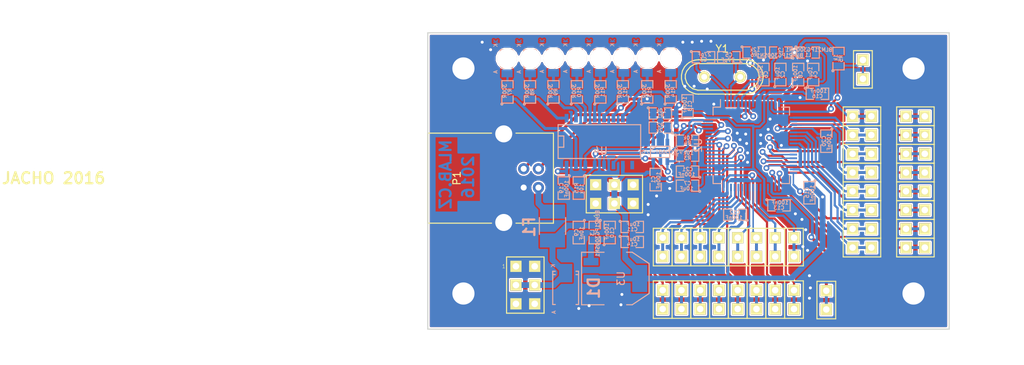
<source format=kicad_pcb>
(kicad_pcb (version 20160815) (host pcbnew "(2016-09-17 revision 679eef1)-makepkg")
  (title_block (title NAME) (date "%d. %m. %Y") (rev REV) (company "Mlab www.mlab.cz") (comment 1 VERSION) (comment 2 "Short description\\nTwo lines are maximum") (comment 3 "nickname <email@example.com>"))
  (layers (0 F.Cu signal) (31 B.Cu signal) (34 B.Paste user) (35 F.Paste user) (36 B.SilkS user) (37 F.SilkS user) (38 B.Mask user) (39 F.Mask user) (44 Edge.Cuts user))
  (net 0 "")
  (net 1 GND)
  (net 2 "Net-(C2-Pad1)")
  (net 3 "Net-(C3-Pad1)")
  (net 4 "Net-(C4-Pad1)")
  (net 5 +3V3)
  (net 6 "Net-(C5-Pad1)")
  (net 7 +1V8)
  (net 8 +5V)
  (net 9 "Net-(C10-Pad1)")
  (net 10 "Net-(D2-Pad2)")
  (net 11 "Net-(D3-Pad2)")
  (net 12 "Net-(D4-Pad2)")
  (net 13 "Net-(D5-Pad2)")
  (net 14 "Net-(D6-Pad2)")
  (net 15 "Net-(D7-Pad2)")
  (net 16 "Net-(D8-Pad2)")
  (net 17 "Net-(D9-Pad2)")
  (net 18 "Net-(F1-Pad1)")
  (net 19 /RES)
  (net 20 /A_TXD)
  (net 21 /A_RXD)
  (net 22 /A_RTS)
  (net 23 /A_CTS)
  (net 24 /A_DTR)
  (net 25 /A_DSR)
  (net 26 /A_DCD)
  (net 27 /A_RI)
  (net 28 /B_TXD)
  (net 29 /B_RXD)
  (net 30 /B_RTS)
  (net 31 /B_CTS)
  (net 32 /B_DTR)
  (net 33 /B_DSR)
  (net 34 /B_DCD)
  (net 35 /B_RI)
  (net 36 /C_TXD)
  (net 37 /C_RXD)
  (net 38 /C_RTS)
  (net 39 /C_CTS)
  (net 40 /C_DTR)
  (net 41 /C_DSR)
  (net 42 /C_DCD)
  (net 43 /C_RI)
  (net 44 /D_TXD)
  (net 45 /D_RXD)
  (net 46 /D_RTS)
  (net 47 /D_CTS)
  (net 48 /D_DTR)
  (net 49 /D_DSR)
  (net 50 /D_DCD)
  (net 51 /D_RI)
  (net 52 /SUSPEND)
  (net 53 "Net-(P1-Pad2)")
  (net 54 "Net-(P1-Pad3)")
  (net 55 "Net-(R1-Pad1)")
  (net 56 /EEDATA)
  (net 57 /EECLK)
  (net 58 /EECS)
  (net 59 "Net-(R6-Pad1)")
  (net 60 /A)
  (net 61 /B)
  (net 62 /C)
  (net 63 /D)
  (net 64 /E)
  (net 65 /F)
  (net 66 /G)
  (net 67 /H)
  (net 68 /#PWREN)
  (module Housings_QFP:LQFP-64_10x10mm_Pitch0.5mm (layer B.Cu) (at 44.069 -25.146 270)
    (fp_text reference U2 (at 0 7.2 270) (layer B.SilkS) (effects (justify mirror)))
    (fp_text value FT4232HL)
    (pad 1 smd rect (at -5.7 3.75 270) (size 1 0.25) (layers B.Cu B.Paste B.Mask) (net 1 GND))
    (pad 2 smd rect (at -5.7 3.25 270) (size 1 0.25) (layers B.Cu B.Paste B.Mask) (net 3 "Net-(C3-Pad1)"))
    (pad 3 smd rect (at -5.7 2.75 270) (size 1 0.25) (layers B.Cu B.Paste B.Mask) (net 6 "Net-(C5-Pad1)"))
    (pad 4 smd rect (at -5.7 2.25 270) (size 1 0.25) (layers B.Cu B.Paste B.Mask) (net 2 "Net-(C2-Pad1)"))
    (pad 5 smd rect (at -5.7 1.75 270) (size 1 0.25) (layers B.Cu B.Paste B.Mask) (net 1 GND))
    (pad 6 smd rect (at -5.7 1.25 270) (size 1 0.25) (layers B.Cu B.Paste B.Mask) (net 59 "Net-(R6-Pad1)"))
    (pad 7 smd rect (at -5.7 0.75 270) (size 1 0.25) (layers B.Cu B.Paste B.Mask) (net 53 "Net-(P1-Pad2)"))
    (pad 8 smd rect (at -5.7 0.25 270) (size 1 0.25) (layers B.Cu B.Paste B.Mask) (net 54 "Net-(P1-Pad3)"))
    (pad 9 smd rect (at -5.7 -0.25 270) (size 1 0.25) (layers B.Cu B.Paste B.Mask) (net 4 "Net-(C4-Pad1)"))
    (pad 10 smd rect (at -5.7 -0.75 270) (size 1 0.25) (layers B.Cu B.Paste B.Mask) (net 1 GND))
    (pad 11 smd rect (at -5.7 -1.25 270) (size 1 0.25) (layers B.Cu B.Paste B.Mask) (net 1 GND))
    (pad 12 smd rect (at -5.7 -1.75 270) (size 1 0.25) (layers B.Cu B.Paste B.Mask) (net 7 +1V8))
    (pad 13 smd rect (at -5.7 -2.25 270) (size 1 0.25) (layers B.Cu B.Paste B.Mask) (net 1 GND))
    (pad 14 smd rect (at -5.7 -2.75 270) (size 1 0.25) (layers B.Cu B.Paste B.Mask) (net 19 /RES))
    (pad 15 smd rect (at -5.7 -3.25 270) (size 1 0.25) (layers B.Cu B.Paste B.Mask) (net 1 GND))
    (pad 16 smd rect (at -5.7 -3.75 270) (size 1 0.25) (layers B.Cu B.Paste B.Mask) (net 20 /A_TXD))
    (pad 17 smd rect (at -3.75 -5.7 180) (size 1 0.25) (layers B.Cu B.Paste B.Mask) (net 21 /A_RXD))
    (pad 18 smd rect (at -3.25 -5.7 180) (size 1 0.25) (layers B.Cu B.Paste B.Mask) (net 22 /A_RTS))
    (pad 19 smd rect (at -2.75 -5.7 180) (size 1 0.25) (layers B.Cu B.Paste B.Mask) (net 23 /A_CTS))
    (pad 20 smd rect (at -2.25 -5.7 180) (size 1 0.25) (layers B.Cu B.Paste B.Mask) (net 5 +3V3))
    (pad 21 smd rect (at -1.75 -5.7 180) (size 1 0.25) (layers B.Cu B.Paste B.Mask) (net 24 /A_DTR))
    (pad 22 smd rect (at -1.25 -5.7 180) (size 1 0.25) (layers B.Cu B.Paste B.Mask) (net 25 /A_DSR))
    (pad 23 smd rect (at -0.75 -5.7 180) (size 1 0.25) (layers B.Cu B.Paste B.Mask) (net 26 /A_DCD))
    (pad 24 smd rect (at -0.25 -5.7 180) (size 1 0.25) (layers B.Cu B.Paste B.Mask) (net 27 /A_RI))
    (pad 25 smd rect (at 0.25 -5.7 180) (size 1 0.25) (layers B.Cu B.Paste B.Mask) (net 1 GND))
    (pad 26 smd rect (at 0.75 -5.7 180) (size 1 0.25) (layers B.Cu B.Paste B.Mask) (net 28 /B_TXD))
    (pad 27 smd rect (at 1.25 -5.7 180) (size 1 0.25) (layers B.Cu B.Paste B.Mask) (net 29 /B_RXD))
    (pad 28 smd rect (at 1.75 -5.7 180) (size 1 0.25) (layers B.Cu B.Paste B.Mask) (net 30 /B_RTS))
    (pad 29 smd rect (at 2.25 -5.7 180) (size 1 0.25) (layers B.Cu B.Paste B.Mask) (net 31 /B_CTS))
    (pad 30 smd rect (at 2.75 -5.7 180) (size 1 0.25) (layers B.Cu B.Paste B.Mask) (net 32 /B_DTR))
    (pad 31 smd rect (at 3.25 -5.7 180) (size 1 0.25) (layers B.Cu B.Paste B.Mask) (net 5 +3V3))
    (pad 32 smd rect (at 3.75 -5.7 180) (size 1 0.25) (layers B.Cu B.Paste B.Mask) (net 33 /B_DSR))
    (pad 33 smd rect (at 5.7 -3.75 270) (size 1 0.25) (layers B.Cu B.Paste B.Mask) (net 34 /B_DCD))
    (pad 34 smd rect (at 5.7 -3.25 270) (size 1 0.25) (layers B.Cu B.Paste B.Mask) (net 35 /B_RI))
    (pad 35 smd rect (at 5.7 -2.75 270) (size 1 0.25) (layers B.Cu B.Paste B.Mask) (net 1 GND))
    (pad 36 smd rect (at 5.7 -2.25 270) (size 1 0.25) (layers B.Cu B.Paste B.Mask) (net 52 /SUSPEND))
    (pad 37 smd rect (at 5.7 -1.75 270) (size 1 0.25) (layers B.Cu B.Paste B.Mask) (net 7 +1V8))
    (pad 38 smd rect (at 5.7 -1.25 270) (size 1 0.25) (layers B.Cu B.Paste B.Mask) (net 36 /C_TXD))
    (pad 39 smd rect (at 5.7 -0.75 270) (size 1 0.25) (layers B.Cu B.Paste B.Mask) (net 37 /C_RXD))
    (pad 40 smd rect (at 5.7 -0.25 270) (size 1 0.25) (layers B.Cu B.Paste B.Mask) (net 38 /C_RTS))
    (pad 41 smd rect (at 5.7 0.25 270) (size 1 0.25) (layers B.Cu B.Paste B.Mask) (net 39 /C_CTS))
    (pad 42 smd rect (at 5.7 0.75 270) (size 1 0.25) (layers B.Cu B.Paste B.Mask) (net 5 +3V3))
    (pad 43 smd rect (at 5.7 1.25 270) (size 1 0.25) (layers B.Cu B.Paste B.Mask) (net 40 /C_DTR))
    (pad 44 smd rect (at 5.7 1.75 270) (size 1 0.25) (layers B.Cu B.Paste B.Mask) (net 41 /C_DSR))
    (pad 45 smd rect (at 5.7 2.25 270) (size 1 0.25) (layers B.Cu B.Paste B.Mask) (net 42 /C_DCD))
    (pad 46 smd rect (at 5.7 2.75 270) (size 1 0.25) (layers B.Cu B.Paste B.Mask) (net 43 /C_RI))
    (pad 47 smd rect (at 5.7 3.25 270) (size 1 0.25) (layers B.Cu B.Paste B.Mask) (net 1 GND))
    (pad 48 smd rect (at 5.7 3.75 270) (size 1 0.25) (layers B.Cu B.Paste B.Mask) (net 44 /D_TXD))
    (pad 49 smd rect (at 3.75 5.7 180) (size 1 0.25) (layers B.Cu B.Paste B.Mask) (net 7 +1V8))
    (pad 50 smd rect (at 3.25 5.7 180) (size 1 0.25) (layers B.Cu B.Paste B.Mask) (net 5 +3V3))
    (pad 51 smd rect (at 2.75 5.7 180) (size 1 0.25) (layers B.Cu B.Paste B.Mask) (net 1 GND))
    (pad 52 smd rect (at 2.25 5.7 180) (size 1 0.25) (layers B.Cu B.Paste B.Mask) (net 45 /D_RXD))
    (pad 53 smd rect (at 1.75 5.7 180) (size 1 0.25) (layers B.Cu B.Paste B.Mask) (net 46 /D_RTS))
    (pad 54 smd rect (at 1.25 5.7 180) (size 1 0.25) (layers B.Cu B.Paste B.Mask) (net 47 /D_CTS))
    (pad 55 smd rect (at 0.75 5.7 180) (size 1 0.25) (layers B.Cu B.Paste B.Mask) (net 48 /D_DTR))
    (pad 56 smd rect (at 0.25 5.7 180) (size 1 0.25) (layers B.Cu B.Paste B.Mask) (net 5 +3V3))
    (pad 57 smd rect (at -0.25 5.7 180) (size 1 0.25) (layers B.Cu B.Paste B.Mask) (net 49 /D_DSR))
    (pad 58 smd rect (at -0.75 5.7 180) (size 1 0.25) (layers B.Cu B.Paste B.Mask) (net 50 /D_DCD))
    (pad 59 smd rect (at -1.25 5.7 180) (size 1 0.25) (layers B.Cu B.Paste B.Mask) (net 51 /D_RI))
    (pad 60 smd rect (at -1.75 5.7 180) (size 1 0.25) (layers B.Cu B.Paste B.Mask) (net 68 /#PWREN))
    (pad 61 smd rect (at -2.25 5.7 180) (size 1 0.25) (layers B.Cu B.Paste B.Mask) (net 56 /EEDATA))
    (pad 62 smd rect (at -2.75 5.7 180) (size 1 0.25) (layers B.Cu B.Paste B.Mask) (net 57 /EECLK))
    (pad 63 smd rect (at -3.25 5.7 180) (size 1 0.25) (layers B.Cu B.Paste B.Mask) (net 58 /EECS))
    (pad 64 smd rect (at -3.75 5.7 180) (size 1 0.25) (layers B.Cu B.Paste B.Mask) (net 7 +1V8))
  )
  (module Mlab_R:SMD-0805 (layer B.Cu) (at 54.229 -25.7175 270)
    (fp_text reference C20 (at 0 0.3175 270) (layer B.SilkS) (effects (font (size 0.50038 0.50038) (thickness 0.10922)) (justify mirror)))
    (fp_text value 100nF (at 0.127 -0.381 270) (layer B.SilkS) (effects (font (size 0.50038 0.50038) (thickness 0.10922)) (justify mirror)))
    (pad 2 smd rect (at 0.9525 0 270) (size 0.889 1.397) (layers B.Cu B.Paste B.Mask) (net 1 GND))
    (pad 1 smd rect (at -0.9525 0 270) (size 0.889 1.397) (layers B.Cu B.Paste B.Mask) (net 5 +3V3))
  )
  (module Mlab_Mechanical:MountingHole_3mm (layer F.Cu) (at 66.04 -35.56)
    (fp_text reference M2 hide)
    (fp_text value HOLE hide)
    (pad 1 thru_hole circle (at 0 0) (size 6 6) (drill 3) (layers *.Cu *.Adhes *.Mask) (net 1 GND) (clearance 1))
  )
  (module Mlab_Mechanical:MountingHole_3mm (layer F.Cu) (at 5.08 -35.56)
    (fp_text reference M1 hide)
    (fp_text value HOLE hide)
    (pad 1 thru_hole circle (at 0 0) (size 6 6) (drill 3) (layers *.Cu *.Adhes *.Mask) (net 1 GND) (clearance 1))
  )
  (module Mlab_Mechanical:MountingHole_3mm (layer F.Cu) (at 5.08 -5.08)
    (fp_text reference M4 hide)
    (fp_text value HOLE hide)
    (pad 1 thru_hole circle (at 0 0) (size 6 6) (drill 3) (layers *.Cu *.Adhes *.Mask) (net 1 GND) (clearance 1))
  )
  (module Mlab_Mechanical:MountingHole_3mm (layer F.Cu) (at 66.04 -5.08)
    (fp_text reference M3 hide)
    (fp_text value HOLE hide)
    (pad 1 thru_hole circle (at 0 0) (size 6 6) (drill 3) (layers *.Cu *.Adhes *.Mask) (net 1 GND) (clearance 1))
  )
  (module Mlab_R:SMD-0805 (layer B.Cu) (at 31.115 -20.5105 270)
    (fp_text reference C1 (at 0 0.3175 270) (layer B.SilkS) (effects (font (size 0.50038 0.50038) (thickness 0.10922)) (justify mirror)))
    (fp_text value 100nF (at 0.127 -0.381 270) (layer B.SilkS) (effects (font (size 0.50038 0.50038) (thickness 0.10922)) (justify mirror)))
    (pad 2 smd rect (at 0.9525 0 270) (size 0.889 1.397) (layers B.Cu B.Paste B.Mask) (net 1 GND))
    (pad 1 smd rect (at -0.9525 0 270) (size 0.889 1.397) (layers B.Cu B.Paste B.Mask) (net 5 +3V3))
  )
  (module Mlab_R:SMD-0805 (layer B.Cu) (at 48.006 -34.7345 90)
    (fp_text reference C2 (at 0 0.3175 90) (layer B.SilkS) (effects (font (size 0.50038 0.50038) (thickness 0.10922)) (justify mirror)))
    (fp_text value 10uF (at 0.127 -0.381 90) (layer B.SilkS) (effects (font (size 0.50038 0.50038) (thickness 0.10922)) (justify mirror)))
    (pad 1 smd rect (at -0.9525 0 90) (size 0.889 1.397) (layers B.Cu B.Paste B.Mask) (net 2 "Net-(C2-Pad1)"))
    (pad 2 smd rect (at 0.9525 0 90) (size 0.889 1.397) (layers B.Cu B.Paste B.Mask) (net 1 GND))
  )
  (module Mlab_R:SMD-0805 (layer B.Cu) (at 37.592 -37.084)
    (fp_text reference C3 (at 0 0.3175) (layer B.SilkS) (effects (font (size 0.50038 0.50038) (thickness 0.10922)) (justify mirror)))
    (fp_text value 27pF (at 0.127 -0.381) (layer B.SilkS) (effects (font (size 0.50038 0.50038) (thickness 0.10922)) (justify mirror)))
    (pad 2 smd rect (at 0.9525 0) (size 0.889 1.397) (layers B.Cu B.Paste B.Mask) (net 1 GND))
    (pad 1 smd rect (at -0.9525 0) (size 0.889 1.397) (layers B.Cu B.Paste B.Mask) (net 3 "Net-(C3-Pad1)"))
  )
  (module Mlab_R:SMD-0805 (layer B.Cu) (at 52.451 -34.7345 90)
    (fp_text reference C4 (at 0 0.3175 90) (layer B.SilkS) (effects (font (size 0.50038 0.50038) (thickness 0.10922)) (justify mirror)))
    (fp_text value 10uF (at 0.127 -0.381 90) (layer B.SilkS) (effects (font (size 0.50038 0.50038) (thickness 0.10922)) (justify mirror)))
    (pad 1 smd rect (at -0.9525 0 90) (size 0.889 1.397) (layers B.Cu B.Paste B.Mask) (net 4 "Net-(C4-Pad1)"))
    (pad 2 smd rect (at 0.9525 0 90) (size 0.889 1.397) (layers B.Cu B.Paste B.Mask) (net 1 GND))
  )
  (module Mlab_R:SMD-0805 (layer B.Cu) (at 41.021 -37.084 180)
    (fp_text reference C5 (at 0 0.3175 180) (layer B.SilkS) (effects (font (size 0.50038 0.50038) (thickness 0.10922)) (justify mirror)))
    (fp_text value 27pF (at 0.127 -0.381 180) (layer B.SilkS) (effects (font (size 0.50038 0.50038) (thickness 0.10922)) (justify mirror)))
    (pad 1 smd rect (at -0.9525 0 180) (size 0.889 1.397) (layers B.Cu B.Paste B.Mask) (net 6 "Net-(C5-Pad1)"))
    (pad 2 smd rect (at 0.9525 0 180) (size 0.889 1.397) (layers B.Cu B.Paste B.Mask) (net 1 GND))
  )
  (module Mlab_R:SMD-0805 (layer B.Cu) (at 45.72 -34.7345 90)
    (fp_text reference C6 (at 0 0.3175 90) (layer B.SilkS) (effects (font (size 0.50038 0.50038) (thickness 0.10922)) (justify mirror)))
    (fp_text value 100nF (at 0.127 -0.381 90) (layer B.SilkS) (effects (font (size 0.50038 0.50038) (thickness 0.10922)) (justify mirror)))
    (pad 2 smd rect (at 0.9525 0 90) (size 0.889 1.397) (layers B.Cu B.Paste B.Mask) (net 1 GND))
    (pad 1 smd rect (at -0.9525 0 90) (size 0.889 1.397) (layers B.Cu B.Paste B.Mask) (net 2 "Net-(C2-Pad1)"))
  )
  (module Mlab_R:SMD-0805 (layer B.Cu) (at 35.433 -19.685 180)
    (fp_text reference C7 (at 0 0.3175 180) (layer B.SilkS) (effects (font (size 0.50038 0.50038) (thickness 0.10922)) (justify mirror)))
    (fp_text value 10uF (at 0.127 -0.381 180) (layer B.SilkS) (effects (font (size 0.50038 0.50038) (thickness 0.10922)) (justify mirror)))
    (pad 1 smd rect (at -0.9525 0 180) (size 0.889 1.397) (layers B.Cu B.Paste B.Mask) (net 7 +1V8))
    (pad 2 smd rect (at 0.9525 0 180) (size 0.889 1.397) (layers B.Cu B.Paste B.Mask) (net 1 GND))
  )
  (module Mlab_R:SMD-0805 (layer B.Cu) (at 50.419 -34.7345 90)
    (fp_text reference C8 (at 0 0.3175 90) (layer B.SilkS) (effects (font (size 0.50038 0.50038) (thickness 0.10922)) (justify mirror)))
    (fp_text value 100nF (at 0.127 -0.381 90) (layer B.SilkS) (effects (font (size 0.50038 0.50038) (thickness 0.10922)) (justify mirror)))
    (pad 2 smd rect (at 0.9525 0 90) (size 0.889 1.397) (layers B.Cu B.Paste B.Mask) (net 1 GND))
    (pad 1 smd rect (at -0.9525 0 90) (size 0.889 1.397) (layers B.Cu B.Paste B.Mask) (net 4 "Net-(C4-Pad1)"))
  )
  (module Mlab_R:SMD-0805 (layer B.Cu) (at 20.701 -13.335 270)
    (fp_text reference C9 (at 0 0.3175 270) (layer B.SilkS) (effects (font (size 0.50038 0.50038) (thickness 0.10922)) (justify mirror)))
    (fp_text value 10nF (at 0.127 -0.381 270) (layer B.SilkS) (effects (font (size 0.50038 0.50038) (thickness 0.10922)) (justify mirror)))
    (pad 1 smd rect (at -0.9525 0 270) (size 0.889 1.397) (layers B.Cu B.Paste B.Mask) (net 8 +5V))
    (pad 2 smd rect (at 0.9525 0 270) (size 0.889 1.397) (layers B.Cu B.Paste B.Mask) (net 1 GND))
  )
  (module Mlab_R:SMD-0805 (layer B.Cu) (at 24.892 -13.335 90)
    (fp_text reference C10 (at 0 0.3175 90) (layer B.SilkS) (effects (font (size 0.50038 0.50038) (thickness 0.10922)) (justify mirror)))
    (fp_text value 100nF (at 0.127 -0.381 90) (layer B.SilkS) (effects (font (size 0.50038 0.50038) (thickness 0.10922)) (justify mirror)))
    (pad 2 smd rect (at 0.9525 0 90) (size 0.889 1.397) (layers B.Cu B.Paste B.Mask) (net 1 GND))
    (pad 1 smd rect (at -0.9525 0 90) (size 0.889 1.397) (layers B.Cu B.Paste B.Mask) (net 9 "Net-(C10-Pad1)"))
  )
  (module Mlab_R:SMD-0805 (layer B.Cu) (at 27.94 -14.097)
    (fp_text reference C11 (at 0 0.3175) (layer B.SilkS) (effects (font (size 0.50038 0.50038) (thickness 0.10922)) (justify mirror)))
    (fp_text value 10uF (at 0.127 -0.381) (layer B.SilkS) (effects (font (size 0.50038 0.50038) (thickness 0.10922)) (justify mirror)))
    (pad 2 smd rect (at 0.9525 0) (size 0.889 1.397) (layers B.Cu B.Paste B.Mask) (net 1 GND))
    (pad 1 smd rect (at -0.9525 0) (size 0.889 1.397) (layers B.Cu B.Paste B.Mask) (net 5 +3V3))
  )
  (module Mlab_R:SMD-0805 (layer B.Cu) (at 41.8465 -15.748 180)
    (fp_text reference C12 (at 0 0.3175 180) (layer B.SilkS) (effects (font (size 0.50038 0.50038) (thickness 0.10922)) (justify mirror)))
    (fp_text value 100nF (at 0.127 -0.381 180) (layer B.SilkS) (effects (font (size 0.50038 0.50038) (thickness 0.10922)) (justify mirror)))
    (pad 2 smd rect (at 0.9525 0 180) (size 0.889 1.397) (layers B.Cu B.Paste B.Mask) (net 1 GND))
    (pad 1 smd rect (at -0.9525 0 180) (size 0.889 1.397) (layers B.Cu B.Paste B.Mask) (net 5 +3V3))
  )
  (module Mlab_R:SMD-0805 (layer B.Cu) (at 47.8155 -17.018)
    (fp_text reference C13 (at 0 0.3175) (layer B.SilkS) (effects (font (size 0.50038 0.50038) (thickness 0.10922)) (justify mirror)))
    (fp_text value 100nF (at 0.127 -0.381) (layer B.SilkS) (effects (font (size 0.50038 0.50038) (thickness 0.10922)) (justify mirror)))
    (pad 2 smd rect (at 0.9525 0) (size 0.889 1.397) (layers B.Cu B.Paste B.Mask) (net 1 GND))
    (pad 1 smd rect (at -0.9525 0) (size 0.889 1.397) (layers B.Cu B.Paste B.Mask) (net 7 +1V8))
  )
  (module Mlab_R:SMD-0805 (layer B.Cu) (at 27.94 -12.065)
    (fp_text reference C14 (at 0 0.3175) (layer B.SilkS) (effects (font (size 0.50038 0.50038) (thickness 0.10922)) (justify mirror)))
    (fp_text value 10uF (at 0.127 -0.381) (layer B.SilkS) (effects (font (size 0.50038 0.50038) (thickness 0.10922)) (justify mirror)))
    (pad 1 smd rect (at -0.9525 0) (size 0.889 1.397) (layers B.Cu B.Paste B.Mask) (net 5 +3V3))
    (pad 2 smd rect (at 0.9525 0) (size 0.889 1.397) (layers B.Cu B.Paste B.Mask) (net 1 GND))
  )
  (module Mlab_R:SMD-0805 (layer B.Cu) (at 51.943 -18.7325 270)
    (fp_text reference C15 (at 0 0.3175 270) (layer B.SilkS) (effects (font (size 0.50038 0.50038) (thickness 0.10922)) (justify mirror)))
    (fp_text value 100nF (at 0.127 -0.381 270) (layer B.SilkS) (effects (font (size 0.50038 0.50038) (thickness 0.10922)) (justify mirror)))
    (pad 1 smd rect (at -0.9525 0 270) (size 0.889 1.397) (layers B.Cu B.Paste B.Mask) (net 5 +3V3))
    (pad 2 smd rect (at 0.9525 0 270) (size 0.889 1.397) (layers B.Cu B.Paste B.Mask) (net 1 GND))
  )
  (module Mlab_R:SMD-0805 (layer B.Cu) (at 53.0225 -32.131)
    (fp_text reference C16 (at 0 0.3175) (layer B.SilkS) (effects (font (size 0.50038 0.50038) (thickness 0.10922)) (justify mirror)))
    (fp_text value 100nF (at 0.127 -0.381) (layer B.SilkS) (effects (font (size 0.50038 0.50038) (thickness 0.10922)) (justify mirror)))
    (pad 1 smd rect (at -0.9525 0) (size 0.889 1.397) (layers B.Cu B.Paste B.Mask) (net 7 +1V8))
    (pad 2 smd rect (at 0.9525 0) (size 0.889 1.397) (layers B.Cu B.Paste B.Mask) (net 1 GND))
  )
  (module Mlab_R:SMD-0805 (layer B.Cu) (at 35.433 -30.48 90)
    (fp_text reference C18 (at 0 0.3175 90) (layer B.SilkS) (effects (font (size 0.50038 0.50038) (thickness 0.10922)) (justify mirror)))
    (fp_text value 100nF (at 0.127 -0.381 90) (layer B.SilkS) (effects (font (size 0.50038 0.50038) (thickness 0.10922)) (justify mirror)))
    (pad 2 smd rect (at 0.9525 0 90) (size 0.889 1.397) (layers B.Cu B.Paste B.Mask) (net 1 GND))
    (pad 1 smd rect (at -0.9525 0 90) (size 0.889 1.397) (layers B.Cu B.Paste B.Mask) (net 7 +1V8))
  )
  (module Mlab_R:SMD-0805 (layer B.Cu) (at 18.669 -19.3675 270)
    (fp_text reference C19 (at 0 0.3175 270) (layer B.SilkS) (effects (font (size 0.50038 0.50038) (thickness 0.10922)) (justify mirror)))
    (fp_text value 100nF (at 0.127 -0.381 270) (layer B.SilkS) (effects (font (size 0.50038 0.50038) (thickness 0.10922)) (justify mirror)))
    (pad 2 smd rect (at 0.9525 0 270) (size 0.889 1.397) (layers B.Cu B.Paste B.Mask) (net 1 GND))
    (pad 1 smd rect (at -0.9525 0 270) (size 0.889 1.397) (layers B.Cu B.Paste B.Mask) (net 5 +3V3))
  )
  (module Mlab_D:Diode-SMA_Standard (layer B.Cu) (at 18.923 -5.842 90)
    (fp_text reference D1 (at 0 3.81 90) (layer B.SilkS) (effects (font (thickness 0.3048)) (justify mirror)))
    (fp_text value M4 hide)
    (fp_text user A (at -3.29946 -1.6002 90) (layer B.SilkS) (effects (font (size 0.50038 0.50038) (thickness 0.09906)) (justify mirror)))
    (fp_text user K (at 2.99974 -1.69926 90) (layer B.SilkS) (effects (font (size 0.50038 0.50038) (thickness 0.09906)) (justify mirror)))
    (pad 1 smd rect (at 1.99898 0 90) (size 2.49936 1.80086) (layers B.Cu B.Paste B.Mask) (net 8 +5V))
    (pad 2 smd rect (at -1.99898 0 90) (size 2.49936 1.80086) (layers B.Cu B.Paste B.Mask) (net 1 GND))
  )
  (module Mlab_D:LED_1206 (layer B.Cu) (at 10.9855 -36.8935 90)
    (fp_text reference D2 (at 0 0 90) (layer B.SilkS) (effects (font (thickness 0.3048)) (justify mirror)))
    (fp_text value RED hide)
    (fp_text user K (at 1.80086 -1.5494 90) (layer B.SilkS) (effects (font (size 0.50038 0.50038) (thickness 0.09906)) (justify mirror)))
    (fp_text user A (at -1.80086 -1.5494 90) (layer B.SilkS) (effects (font (size 0.50038 0.50038) (thickness 0.09906)) (justify mirror)))
    (fp_line (start 2.2225 -1.24968) (end 2.21742 -1.81864) (layer B.Cu) (width 0.15))
    (fp_line (start 2.25298 -1.52146) (end 2.5273 -1.24968) (layer B.Cu) (width 0.15))
    (fp_line (start 2.21488 -1.50622) (end 2.53492 -1.81102) (layer B.Cu) (width 0.15))
    (pad 2 smd rect (at -2 0 90) (size 1.05 1.5) (layers B.Cu B.Paste B.Mask) (net 10 "Net-(D2-Pad2)"))
    (pad 1 smd rect (at 2 0 90) (size 1.05 1.5) (layers B.Cu B.Paste B.Mask) (net 1 GND))
    (pad "" np_thru_hole circle (at 0 0 90) (size 2.7 2.7) (drill 2.7) (layers *.Cu *.Mask B.SilkS))
  )
  (module Mlab_D:LED_1206 (layer B.Cu) (at 14.1605 -36.8935 90)
    (fp_text reference D3 (at 0 0 90) (layer B.SilkS) (effects (font (thickness 0.3048)) (justify mirror)))
    (fp_text value RED hide)
    (fp_line (start 2.21488 -1.50622) (end 2.53492 -1.81102) (layer B.Cu) (width 0.15))
    (fp_line (start 2.25298 -1.52146) (end 2.5273 -1.24968) (layer B.Cu) (width 0.15))
    (fp_line (start 2.2225 -1.24968) (end 2.21742 -1.81864) (layer B.Cu) (width 0.15))
    (fp_text user A (at -1.80086 -1.5494 90) (layer B.SilkS) (effects (font (size 0.50038 0.50038) (thickness 0.09906)) (justify mirror)))
    (fp_text user K (at 1.80086 -1.5494 90) (layer B.SilkS) (effects (font (size 0.50038 0.50038) (thickness 0.09906)) (justify mirror)))
    (pad "" np_thru_hole circle (at 0 0 90) (size 2.7 2.7) (drill 2.7) (layers *.Cu *.Mask B.SilkS))
    (pad 1 smd rect (at 2 0 90) (size 1.05 1.5) (layers B.Cu B.Paste B.Mask) (net 1 GND))
    (pad 2 smd rect (at -2 0 90) (size 1.05 1.5) (layers B.Cu B.Paste B.Mask) (net 11 "Net-(D3-Pad2)"))
  )
  (module Mlab_D:LED_1206 (layer B.Cu) (at 17.272 -36.957 90)
    (fp_text reference D4 (at 0 0 90) (layer B.SilkS) (effects (font (thickness 0.3048)) (justify mirror)))
    (fp_text value RED hide)
    (fp_text user K (at 1.80086 -1.5494 90) (layer B.SilkS) (effects (font (size 0.50038 0.50038) (thickness 0.09906)) (justify mirror)))
    (fp_text user A (at -1.80086 -1.5494 90) (layer B.SilkS) (effects (font (size 0.50038 0.50038) (thickness 0.09906)) (justify mirror)))
    (fp_line (start 2.2225 -1.24968) (end 2.21742 -1.81864) (layer B.Cu) (width 0.15))
    (fp_line (start 2.25298 -1.52146) (end 2.5273 -1.24968) (layer B.Cu) (width 0.15))
    (fp_line (start 2.21488 -1.50622) (end 2.53492 -1.81102) (layer B.Cu) (width 0.15))
    (pad 2 smd rect (at -2 0 90) (size 1.05 1.5) (layers B.Cu B.Paste B.Mask) (net 12 "Net-(D4-Pad2)"))
    (pad 1 smd rect (at 2 0 90) (size 1.05 1.5) (layers B.Cu B.Paste B.Mask) (net 1 GND))
    (pad "" np_thru_hole circle (at 0 0 90) (size 2.7 2.7) (drill 2.7) (layers *.Cu *.Mask B.SilkS))
  )
  (module Mlab_D:LED_1206 (layer B.Cu) (at 20.447 -36.957 90)
    (fp_text reference D5 (at 0 0 90) (layer B.SilkS) (effects (font (thickness 0.3048)) (justify mirror)))
    (fp_text value RED hide)
    (fp_line (start 2.21488 -1.50622) (end 2.53492 -1.81102) (layer B.Cu) (width 0.15))
    (fp_line (start 2.25298 -1.52146) (end 2.5273 -1.24968) (layer B.Cu) (width 0.15))
    (fp_line (start 2.2225 -1.24968) (end 2.21742 -1.81864) (layer B.Cu) (width 0.15))
    (fp_text user A (at -1.80086 -1.5494 90) (layer B.SilkS) (effects (font (size 0.50038 0.50038) (thickness 0.09906)) (justify mirror)))
    (fp_text user K (at 1.80086 -1.5494 90) (layer B.SilkS) (effects (font (size 0.50038 0.50038) (thickness 0.09906)) (justify mirror)))
    (pad "" np_thru_hole circle (at 0 0 90) (size 2.7 2.7) (drill 2.7) (layers *.Cu *.Mask B.SilkS))
    (pad 1 smd rect (at 2 0 90) (size 1.05 1.5) (layers B.Cu B.Paste B.Mask) (net 1 GND))
    (pad 2 smd rect (at -2 0 90) (size 1.05 1.5) (layers B.Cu B.Paste B.Mask) (net 13 "Net-(D5-Pad2)"))
  )
  (module Mlab_D:LED_1206 (layer B.Cu) (at 23.622 -36.957 90)
    (fp_text reference D6 (at 0 0 90) (layer B.SilkS) (effects (font (thickness 0.3048)) (justify mirror)))
    (fp_text value RED hide)
    (fp_text user K (at 1.80086 -1.5494 90) (layer B.SilkS) (effects (font (size 0.50038 0.50038) (thickness 0.09906)) (justify mirror)))
    (fp_text user A (at -1.80086 -1.5494 90) (layer B.SilkS) (effects (font (size 0.50038 0.50038) (thickness 0.09906)) (justify mirror)))
    (fp_line (start 2.2225 -1.24968) (end 2.21742 -1.81864) (layer B.Cu) (width 0.15))
    (fp_line (start 2.25298 -1.52146) (end 2.5273 -1.24968) (layer B.Cu) (width 0.15))
    (fp_line (start 2.21488 -1.50622) (end 2.53492 -1.81102) (layer B.Cu) (width 0.15))
    (pad 2 smd rect (at -2 0 90) (size 1.05 1.5) (layers B.Cu B.Paste B.Mask) (net 14 "Net-(D6-Pad2)"))
    (pad 1 smd rect (at 2 0 90) (size 1.05 1.5) (layers B.Cu B.Paste B.Mask) (net 1 GND))
    (pad "" np_thru_hole circle (at 0 0 90) (size 2.7 2.7) (drill 2.7) (layers *.Cu *.Mask B.SilkS))
  )
  (module Mlab_D:LED_1206 (layer B.Cu) (at 26.797 -36.957 90)
    (fp_text reference D7 (at 0 0 90) (layer B.SilkS) (effects (font (thickness 0.3048)) (justify mirror)))
    (fp_text value RED hide)
    (fp_line (start 2.21488 -1.50622) (end 2.53492 -1.81102) (layer B.Cu) (width 0.15))
    (fp_line (start 2.25298 -1.52146) (end 2.5273 -1.24968) (layer B.Cu) (width 0.15))
    (fp_line (start 2.2225 -1.24968) (end 2.21742 -1.81864) (layer B.Cu) (width 0.15))
    (fp_text user A (at -1.80086 -1.5494 90) (layer B.SilkS) (effects (font (size 0.50038 0.50038) (thickness 0.09906)) (justify mirror)))
    (fp_text user K (at 1.80086 -1.5494 90) (layer B.SilkS) (effects (font (size 0.50038 0.50038) (thickness 0.09906)) (justify mirror)))
    (pad "" np_thru_hole circle (at 0 0 90) (size 2.7 2.7) (drill 2.7) (layers *.Cu *.Mask B.SilkS))
    (pad 1 smd rect (at 2 0 90) (size 1.05 1.5) (layers B.Cu B.Paste B.Mask) (net 1 GND))
    (pad 2 smd rect (at -2 0 90) (size 1.05 1.5) (layers B.Cu B.Paste B.Mask) (net 15 "Net-(D7-Pad2)"))
  )
  (module Mlab_D:LED_1206 (layer B.Cu) (at 29.972 -36.957 90)
    (fp_text reference D8 (at 0 0 90) (layer B.SilkS) (effects (font (thickness 0.3048)) (justify mirror)))
    (fp_text value RED hide)
    (fp_line (start 2.21488 -1.50622) (end 2.53492 -1.81102) (layer B.Cu) (width 0.15))
    (fp_line (start 2.25298 -1.52146) (end 2.5273 -1.24968) (layer B.Cu) (width 0.15))
    (fp_line (start 2.2225 -1.24968) (end 2.21742 -1.81864) (layer B.Cu) (width 0.15))
    (fp_text user A (at -1.80086 -1.5494 90) (layer B.SilkS) (effects (font (size 0.50038 0.50038) (thickness 0.09906)) (justify mirror)))
    (fp_text user K (at 1.80086 -1.5494 90) (layer B.SilkS) (effects (font (size 0.50038 0.50038) (thickness 0.09906)) (justify mirror)))
    (pad "" np_thru_hole circle (at 0 0 90) (size 2.7 2.7) (drill 2.7) (layers *.Cu *.Mask B.SilkS))
    (pad 1 smd rect (at 2 0 90) (size 1.05 1.5) (layers B.Cu B.Paste B.Mask) (net 1 GND))
    (pad 2 smd rect (at -2 0 90) (size 1.05 1.5) (layers B.Cu B.Paste B.Mask) (net 16 "Net-(D8-Pad2)"))
  )
  (module Mlab_D:LED_1206 (layer B.Cu) (at 33.147 -36.957 90)
    (fp_text reference D9 (at 0 0 90) (layer B.SilkS) (effects (font (thickness 0.3048)) (justify mirror)))
    (fp_text value RED hide)
    (fp_text user K (at 1.80086 -1.5494 90) (layer B.SilkS) (effects (font (size 0.50038 0.50038) (thickness 0.09906)) (justify mirror)))
    (fp_text user A (at -1.80086 -1.5494 90) (layer B.SilkS) (effects (font (size 0.50038 0.50038) (thickness 0.09906)) (justify mirror)))
    (fp_line (start 2.2225 -1.24968) (end 2.21742 -1.81864) (layer B.Cu) (width 0.15))
    (fp_line (start 2.25298 -1.52146) (end 2.5273 -1.24968) (layer B.Cu) (width 0.15))
    (fp_line (start 2.21488 -1.50622) (end 2.53492 -1.81102) (layer B.Cu) (width 0.15))
    (pad 2 smd rect (at -2 0 90) (size 1.05 1.5) (layers B.Cu B.Paste B.Mask) (net 17 "Net-(D9-Pad2)"))
    (pad 1 smd rect (at 2 0 90) (size 1.05 1.5) (layers B.Cu B.Paste B.Mask) (net 1 GND))
    (pad "" np_thru_hole circle (at 0 0 90) (size 2.7 2.7) (drill 2.7) (layers *.Cu *.Mask B.SilkS))
  )
  (module Mlab_F:1812 (layer B.Cu) (at 17.145 -14.224 270)
    (fp_text reference F1 (at 0.13462 3.15468 270) (layer B.SilkS) (effects (font (thickness 0.3048)) (justify mirror)))
    (fp_text value 750mA hide)
    (pad 2 smd rect (at 1.95 0 270) (size 1.9 3.4) (layers B.Cu B.Paste B.Mask) (net 8 +5V))
    (pad 1 smd rect (at -1.95 0 270) (size 1.9 3.4) (layers B.Cu B.Paste B.Mask) (net 18 "Net-(F1-Pad1)"))
  )
  (module Mlab_Pin_Headers:Straight_1x02 (layer F.Cu) (at 59.182 -35.433)
    (fp_text reference J1 hide)
    (fp_text value JUMP_2x1 hide)
    (pad 1 thru_hole rect (at 0 -1.27) (size 1.524 1.524) (drill 0.889) (layers *.Cu *.Mask F.SilkS) (net 19 /RES))
    (pad 2 thru_hole rect (at 0 1.27) (size 1.524 1.524) (drill 0.889) (layers *.Cu *.Mask F.SilkS) (net 19 /RES))
  )
  (module Mlab_Pin_Headers:Straight_1x02 (layer F.Cu) (at 59.055 -29.083 90)
    (fp_text reference J2 hide)
    (fp_text value JUMP_2x1 hide)
    (pad 1 thru_hole rect (at 0 -1.27 90) (size 1.524 1.524) (drill 0.889) (layers *.Cu *.Mask F.SilkS) (net 20 /A_TXD))
    (pad 2 thru_hole rect (at 0 1.27 90) (size 1.524 1.524) (drill 0.889) (layers *.Cu *.Mask F.SilkS) (net 20 /A_TXD))
  )
  (module Mlab_Pin_Headers:Straight_1x02 (layer F.Cu) (at 59.055 -26.543 90)
    (fp_text reference J3 hide)
    (fp_text value JUMP_2x1 hide)
    (pad 2 thru_hole rect (at 0 1.27 90) (size 1.524 1.524) (drill 0.889) (layers *.Cu *.Mask F.SilkS) (net 21 /A_RXD))
    (pad 1 thru_hole rect (at 0 -1.27 90) (size 1.524 1.524) (drill 0.889) (layers *.Cu *.Mask F.SilkS) (net 21 /A_RXD))
  )
  (module Mlab_Pin_Headers:Straight_1x02 (layer F.Cu) (at 59.055 -24.003 90)
    (fp_text reference J4 hide)
    (fp_text value JUMP_2x1 hide)
    (pad 1 thru_hole rect (at 0 -1.27 90) (size 1.524 1.524) (drill 0.889) (layers *.Cu *.Mask F.SilkS) (net 22 /A_RTS))
    (pad 2 thru_hole rect (at 0 1.27 90) (size 1.524 1.524) (drill 0.889) (layers *.Cu *.Mask F.SilkS) (net 22 /A_RTS))
  )
  (module Mlab_Pin_Headers:Straight_1x02 (layer F.Cu) (at 59.055 -21.463 90)
    (fp_text reference J5 hide)
    (fp_text value JUMP_2x1 hide)
    (pad 2 thru_hole rect (at 0 1.27 90) (size 1.524 1.524) (drill 0.889) (layers *.Cu *.Mask F.SilkS) (net 23 /A_CTS))
    (pad 1 thru_hole rect (at 0 -1.27 90) (size 1.524 1.524) (drill 0.889) (layers *.Cu *.Mask F.SilkS) (net 23 /A_CTS))
  )
  (module Mlab_Pin_Headers:Straight_1x02 (layer F.Cu) (at 59.055 -18.923 90)
    (fp_text reference J6 hide)
    (fp_text value JUMP_2x1 hide)
    (pad 2 thru_hole rect (at 0 1.27 90) (size 1.524 1.524) (drill 0.889) (layers *.Cu *.Mask F.SilkS) (net 24 /A_DTR))
    (pad 1 thru_hole rect (at 0 -1.27 90) (size 1.524 1.524) (drill 0.889) (layers *.Cu *.Mask F.SilkS) (net 24 /A_DTR))
  )
  (module Mlab_Pin_Headers:Straight_1x02 (layer F.Cu) (at 59.055 -16.383 90)
    (fp_text reference J7 hide)
    (fp_text value JUMP_2x1 hide)
    (pad 1 thru_hole rect (at 0 -1.27 90) (size 1.524 1.524) (drill 0.889) (layers *.Cu *.Mask F.SilkS) (net 25 /A_DSR))
    (pad 2 thru_hole rect (at 0 1.27 90) (size 1.524 1.524) (drill 0.889) (layers *.Cu *.Mask F.SilkS) (net 25 /A_DSR))
  )
  (module Mlab_Pin_Headers:Straight_1x02 (layer F.Cu) (at 59.055 -13.843 90)
    (fp_text reference J8 hide)
    (fp_text value JUMP_2x1 hide)
    (pad 1 thru_hole rect (at 0 -1.27 90) (size 1.524 1.524) (drill 0.889) (layers *.Cu *.Mask F.SilkS) (net 26 /A_DCD))
    (pad 2 thru_hole rect (at 0 1.27 90) (size 1.524 1.524) (drill 0.889) (layers *.Cu *.Mask F.SilkS) (net 26 /A_DCD))
  )
  (module Mlab_Pin_Headers:Straight_1x02 (layer F.Cu) (at 59.055 -11.303 90)
    (fp_text reference J9 hide)
    (fp_text value JUMP_2x1 hide)
    (pad 2 thru_hole rect (at 0 1.27 90) (size 1.524 1.524) (drill 0.889) (layers *.Cu *.Mask F.SilkS) (net 27 /A_RI))
    (pad 1 thru_hole rect (at 0 -1.27 90) (size 1.524 1.524) (drill 0.889) (layers *.Cu *.Mask F.SilkS) (net 27 /A_RI))
  )
  (module Mlab_Pin_Headers:Straight_1x02 (layer F.Cu) (at 66.294 -29.083 90)
    (fp_text reference J10 hide)
    (fp_text value JUMP_2x1 hide)
    (pad 1 thru_hole rect (at 0 -1.27 90) (size 1.524 1.524) (drill 0.889) (layers *.Cu *.Mask F.SilkS) (net 28 /B_TXD))
    (pad 2 thru_hole rect (at 0 1.27 90) (size 1.524 1.524) (drill 0.889) (layers *.Cu *.Mask F.SilkS) (net 28 /B_TXD))
  )
  (module Mlab_Pin_Headers:Straight_1x02 (layer F.Cu) (at 66.294 -26.543 90)
    (fp_text reference J11 hide)
    (fp_text value JUMP_2x1 hide)
    (pad 1 thru_hole rect (at 0 -1.27 90) (size 1.524 1.524) (drill 0.889) (layers *.Cu *.Mask F.SilkS) (net 29 /B_RXD))
    (pad 2 thru_hole rect (at 0 1.27 90) (size 1.524 1.524) (drill 0.889) (layers *.Cu *.Mask F.SilkS) (net 29 /B_RXD))
  )
  (module Mlab_Pin_Headers:Straight_1x02 (layer F.Cu) (at 66.294 -24.003 90)
    (fp_text reference J12 hide)
    (fp_text value JUMP_2x1 hide)
    (pad 2 thru_hole rect (at 0 1.27 90) (size 1.524 1.524) (drill 0.889) (layers *.Cu *.Mask F.SilkS) (net 30 /B_RTS))
    (pad 1 thru_hole rect (at 0 -1.27 90) (size 1.524 1.524) (drill 0.889) (layers *.Cu *.Mask F.SilkS) (net 30 /B_RTS))
  )
  (module Mlab_Pin_Headers:Straight_1x02 (layer F.Cu) (at 66.294 -21.463 90)
    (fp_text reference J13 hide)
    (fp_text value JUMP_2x1 hide)
    (pad 1 thru_hole rect (at 0 -1.27 90) (size 1.524 1.524) (drill 0.889) (layers *.Cu *.Mask F.SilkS) (net 31 /B_CTS))
    (pad 2 thru_hole rect (at 0 1.27 90) (size 1.524 1.524) (drill 0.889) (layers *.Cu *.Mask F.SilkS) (net 31 /B_CTS))
  )
  (module Mlab_Pin_Headers:Straight_1x02 (layer F.Cu) (at 66.294 -18.923 90)
    (fp_text reference J14 hide)
    (fp_text value JUMP_2x1 hide)
    (pad 2 thru_hole rect (at 0 1.27 90) (size 1.524 1.524) (drill 0.889) (layers *.Cu *.Mask F.SilkS) (net 32 /B_DTR))
    (pad 1 thru_hole rect (at 0 -1.27 90) (size 1.524 1.524) (drill 0.889) (layers *.Cu *.Mask F.SilkS) (net 32 /B_DTR))
  )
  (module Mlab_Pin_Headers:Straight_1x02 (layer F.Cu) (at 66.294 -16.383 90)
    (fp_text reference J15 hide)
    (fp_text value JUMP_2x1 hide)
    (pad 1 thru_hole rect (at 0 -1.27 90) (size 1.524 1.524) (drill 0.889) (layers *.Cu *.Mask F.SilkS) (net 33 /B_DSR))
    (pad 2 thru_hole rect (at 0 1.27 90) (size 1.524 1.524) (drill 0.889) (layers *.Cu *.Mask F.SilkS) (net 33 /B_DSR))
  )
  (module Mlab_Pin_Headers:Straight_1x02 (layer F.Cu) (at 66.294 -13.843 90)
    (fp_text reference J16 hide)
    (fp_text value JUMP_2x1 hide)
    (pad 2 thru_hole rect (at 0 1.27 90) (size 1.524 1.524) (drill 0.889) (layers *.Cu *.Mask F.SilkS) (net 34 /B_DCD))
    (pad 1 thru_hole rect (at 0 -1.27 90) (size 1.524 1.524) (drill 0.889) (layers *.Cu *.Mask F.SilkS) (net 34 /B_DCD))
  )
  (module Mlab_Pin_Headers:Straight_1x02 (layer F.Cu) (at 66.294 -11.303 90)
    (fp_text reference J17 hide)
    (fp_text value JUMP_2x1 hide)
    (pad 2 thru_hole rect (at 0 1.27 90) (size 1.524 1.524) (drill 0.889) (layers *.Cu *.Mask F.SilkS) (net 35 /B_RI))
    (pad 1 thru_hole rect (at 0 -1.27 90) (size 1.524 1.524) (drill 0.889) (layers *.Cu *.Mask F.SilkS) (net 35 /B_RI))
  )
  (module Mlab_Pin_Headers:Straight_1x02 (layer F.Cu) (at 49.8475 -11.3665)
    (fp_text reference J18 hide)
    (fp_text value JUMP_2x1 hide)
    (pad 1 thru_hole rect (at 0 -1.27) (size 1.524 1.524) (drill 0.889) (layers *.Cu *.Mask F.SilkS) (net 36 /C_TXD))
    (pad 2 thru_hole rect (at 0 1.27) (size 1.524 1.524) (drill 0.889) (layers *.Cu *.Mask F.SilkS) (net 36 /C_TXD))
  )
  (module Mlab_Pin_Headers:Straight_1x02 (layer F.Cu) (at 47.3075 -11.3665)
    (fp_text reference J19 hide)
    (fp_text value JUMP_2x1 hide)
    (pad 2 thru_hole rect (at 0 1.27) (size 1.524 1.524) (drill 0.889) (layers *.Cu *.Mask F.SilkS) (net 37 /C_RXD))
    (pad 1 thru_hole rect (at 0 -1.27) (size 1.524 1.524) (drill 0.889) (layers *.Cu *.Mask F.SilkS) (net 37 /C_RXD))
  )
  (module Mlab_Pin_Headers:Straight_1x02 (layer F.Cu) (at 44.7675 -11.3665)
    (fp_text reference J20 hide)
    (fp_text value JUMP_2x1 hide)
    (pad 1 thru_hole rect (at 0 -1.27) (size 1.524 1.524) (drill 0.889) (layers *.Cu *.Mask F.SilkS) (net 38 /C_RTS))
    (pad 2 thru_hole rect (at 0 1.27) (size 1.524 1.524) (drill 0.889) (layers *.Cu *.Mask F.SilkS) (net 38 /C_RTS))
  )
  (module Mlab_Pin_Headers:Straight_1x02 (layer F.Cu) (at 42.2275 -11.3665)
    (fp_text reference J21 hide)
    (fp_text value JUMP_2x1 hide)
    (pad 2 thru_hole rect (at 0 1.27) (size 1.524 1.524) (drill 0.889) (layers *.Cu *.Mask F.SilkS) (net 39 /C_CTS))
    (pad 1 thru_hole rect (at 0 -1.27) (size 1.524 1.524) (drill 0.889) (layers *.Cu *.Mask F.SilkS) (net 39 /C_CTS))
  )
  (module Mlab_Pin_Headers:Straight_1x02 (layer F.Cu) (at 39.6875 -11.3665)
    (fp_text reference J22 hide)
    (fp_text value JUMP_2x1 hide)
    (pad 1 thru_hole rect (at 0 -1.27) (size 1.524 1.524) (drill 0.889) (layers *.Cu *.Mask F.SilkS) (net 40 /C_DTR))
    (pad 2 thru_hole rect (at 0 1.27) (size 1.524 1.524) (drill 0.889) (layers *.Cu *.Mask F.SilkS) (net 40 /C_DTR))
  )
  (module Mlab_Pin_Headers:Straight_1x02 (layer F.Cu) (at 37.1475 -11.3665)
    (fp_text reference J23 hide)
    (fp_text value JUMP_2x1 hide)
    (pad 2 thru_hole rect (at 0 1.27) (size 1.524 1.524) (drill 0.889) (layers *.Cu *.Mask F.SilkS) (net 41 /C_DSR))
    (pad 1 thru_hole rect (at 0 -1.27) (size 1.524 1.524) (drill 0.889) (layers *.Cu *.Mask F.SilkS) (net 41 /C_DSR))
  )
  (module Mlab_Pin_Headers:Straight_1x02 (layer F.Cu) (at 34.6075 -11.3665)
    (fp_text reference J24 hide)
    (fp_text value JUMP_2x1 hide)
    (pad 1 thru_hole rect (at 0 -1.27) (size 1.524 1.524) (drill 0.889) (layers *.Cu *.Mask F.SilkS) (net 42 /C_DCD))
    (pad 2 thru_hole rect (at 0 1.27) (size 1.524 1.524) (drill 0.889) (layers *.Cu *.Mask F.SilkS) (net 42 /C_DCD))
  )
  (module Mlab_Pin_Headers:Straight_1x02 (layer F.Cu) (at 32.0675 -11.3665)
    (fp_text reference J25 hide)
    (fp_text value JUMP_2x1 hide)
    (pad 2 thru_hole rect (at 0 1.27) (size 1.524 1.524) (drill 0.889) (layers *.Cu *.Mask F.SilkS) (net 43 /C_RI))
    (pad 1 thru_hole rect (at 0 -1.27) (size 1.524 1.524) (drill 0.889) (layers *.Cu *.Mask F.SilkS) (net 43 /C_RI))
  )
  (module Mlab_Pin_Headers:Straight_1x02 (layer F.Cu) (at 49.8475 -4.2545)
    (fp_text reference J26 hide)
    (fp_text value JUMP_2x1 hide)
    (pad 1 thru_hole rect (at 0 -1.27) (size 1.524 1.524) (drill 0.889) (layers *.Cu *.Mask F.SilkS) (net 44 /D_TXD))
    (pad 2 thru_hole rect (at 0 1.27) (size 1.524 1.524) (drill 0.889) (layers *.Cu *.Mask F.SilkS) (net 44 /D_TXD))
  )
  (module Mlab_Pin_Headers:Straight_1x02 (layer F.Cu) (at 47.3075 -4.2545)
    (fp_text reference J27 hide)
    (fp_text value JUMP_2x1 hide)
    (pad 2 thru_hole rect (at 0 1.27) (size 1.524 1.524) (drill 0.889) (layers *.Cu *.Mask F.SilkS) (net 45 /D_RXD))
    (pad 1 thru_hole rect (at 0 -1.27) (size 1.524 1.524) (drill 0.889) (layers *.Cu *.Mask F.SilkS) (net 45 /D_RXD))
  )
  (module Mlab_Pin_Headers:Straight_1x02 (layer F.Cu) (at 44.7675 -4.2545)
    (fp_text reference J28 hide)
    (fp_text value JUMP_2x1 hide)
    (pad 1 thru_hole rect (at 0 -1.27) (size 1.524 1.524) (drill 0.889) (layers *.Cu *.Mask F.SilkS) (net 46 /D_RTS))
    (pad 2 thru_hole rect (at 0 1.27) (size 1.524 1.524) (drill 0.889) (layers *.Cu *.Mask F.SilkS) (net 46 /D_RTS))
  )
  (module Mlab_Pin_Headers:Straight_1x02 (layer F.Cu) (at 42.2275 -4.2545)
    (fp_text reference J29 hide)
    (fp_text value JUMP_2x1 hide)
    (pad 1 thru_hole rect (at 0 -1.27) (size 1.524 1.524) (drill 0.889) (layers *.Cu *.Mask F.SilkS) (net 47 /D_CTS))
    (pad 2 thru_hole rect (at 0 1.27) (size 1.524 1.524) (drill 0.889) (layers *.Cu *.Mask F.SilkS) (net 47 /D_CTS))
  )
  (module Mlab_Pin_Headers:Straight_1x02 (layer F.Cu) (at 39.6875 -4.2545)
    (fp_text reference J30 hide)
    (fp_text value JUMP_2x1 hide)
    (pad 1 thru_hole rect (at 0 -1.27) (size 1.524 1.524) (drill 0.889) (layers *.Cu *.Mask F.SilkS) (net 48 /D_DTR))
    (pad 2 thru_hole rect (at 0 1.27) (size 1.524 1.524) (drill 0.889) (layers *.Cu *.Mask F.SilkS) (net 48 /D_DTR))
  )
  (module Mlab_Pin_Headers:Straight_1x02 (layer F.Cu) (at 37.1475 -4.2545)
    (fp_text reference J31 hide)
    (fp_text value JUMP_2x1 hide)
    (pad 2 thru_hole rect (at 0 1.27) (size 1.524 1.524) (drill 0.889) (layers *.Cu *.Mask F.SilkS) (net 49 /D_DSR))
    (pad 1 thru_hole rect (at 0 -1.27) (size 1.524 1.524) (drill 0.889) (layers *.Cu *.Mask F.SilkS) (net 49 /D_DSR))
  )
  (module Mlab_Pin_Headers:Straight_1x02 (layer F.Cu) (at 34.6075 -4.2545)
    (fp_text reference J32 hide)
    (fp_text value JUMP_2x1 hide)
    (pad 2 thru_hole rect (at 0 1.27) (size 1.524 1.524) (drill 0.889) (layers *.Cu *.Mask F.SilkS) (net 50 /D_DCD))
    (pad 1 thru_hole rect (at 0 -1.27) (size 1.524 1.524) (drill 0.889) (layers *.Cu *.Mask F.SilkS) (net 50 /D_DCD))
  )
  (module Mlab_Pin_Headers:Straight_1x02 (layer F.Cu) (at 32.0675 -4.2545)
    (fp_text reference J33 hide)
    (fp_text value JUMP_2x1 hide)
    (pad 2 thru_hole rect (at 0 1.27) (size 1.524 1.524) (drill 0.889) (layers *.Cu *.Mask F.SilkS) (net 51 /D_RI))
    (pad 1 thru_hole rect (at 0 -1.27) (size 1.524 1.524) (drill 0.889) (layers *.Cu *.Mask F.SilkS) (net 51 /D_RI))
  )
  (module Mlab_Pin_Headers:Straight_1x02 (layer F.Cu) (at 54.229 -4.191)
    (fp_text reference J34 hide)
    (fp_text value JUMP_2x1 hide)
    (pad 2 thru_hole rect (at 0 1.27) (size 1.524 1.524) (drill 0.889) (layers *.Cu *.Mask F.SilkS) (net 52 /SUSPEND))
    (pad 1 thru_hole rect (at 0 -1.27) (size 1.524 1.524) (drill 0.889) (layers *.Cu *.Mask F.SilkS) (net 52 /SUSPEND))
  )
  (module Mlab_Pin_Headers:Straight_2x03 (layer F.Cu) (at 13.462 -6.223)
    (fp_text reference J35 hide)
    (fp_text value JUMP_3X2 hide)
    (fp_text user 1 (at -2.921 -2.54) (layer F.SilkS) (effects (font (size 0.5 0.5) (thickness 0.05))))
    (pad 1 thru_hole rect (at -1.27 -2.54) (size 1.524 1.524) (drill 0.889) (layers *.Cu *.Mask F.SilkS) (net 1 GND))
    (pad 2 thru_hole rect (at 1.27 -2.54) (size 1.524 1.524) (drill 0.889) (layers *.Cu *.Mask F.SilkS) (net 1 GND))
    (pad 3 thru_hole rect (at -1.27 0) (size 1.524 1.524) (drill 0.889) (layers *.Cu *.Mask F.SilkS) (net 8 +5V))
    (pad 4 thru_hole rect (at 1.27 0) (size 1.524 1.524) (drill 0.889) (layers *.Cu *.Mask F.SilkS) (net 8 +5V))
    (pad 5 thru_hole rect (at -1.27 2.54) (size 1.524 1.524) (drill 0.889) (layers *.Cu *.Mask F.SilkS) (net 1 GND))
    (pad 6 thru_hole rect (at 1.27 2.54) (size 1.524 1.524) (drill 0.889) (layers *.Cu *.Mask F.SilkS) (net 1 GND))
  )
  (module Mlab_Pin_Headers:Straight_2x03 (layer F.Cu) (at 25.527 -18.542 90)
    (fp_text reference J36 hide)
    (fp_text value JUMP_3X2 hide)
    (fp_text user 1 (at -2.921 -2.54 90) (layer F.SilkS) (effects (font (size 0.5 0.5) (thickness 0.05))))
    (pad 6 thru_hole rect (at 1.27 2.54 90) (size 1.524 1.524) (drill 0.889) (layers *.Cu *.Mask F.SilkS) (net 1 GND))
    (pad 5 thru_hole rect (at -1.27 2.54 90) (size 1.524 1.524) (drill 0.889) (layers *.Cu *.Mask F.SilkS) (net 1 GND))
    (pad 4 thru_hole rect (at 1.27 0 90) (size 1.524 1.524) (drill 0.889) (layers *.Cu *.Mask F.SilkS) (net 5 +3V3))
    (pad 3 thru_hole rect (at -1.27 0 90) (size 1.524 1.524) (drill 0.889) (layers *.Cu *.Mask F.SilkS) (net 5 +3V3))
    (pad 2 thru_hole rect (at 1.27 -2.54 90) (size 1.524 1.524) (drill 0.889) (layers *.Cu *.Mask F.SilkS) (net 1 GND))
    (pad 1 thru_hole rect (at -1.27 -2.54 90) (size 1.524 1.524) (drill 0.889) (layers *.Cu *.Mask F.SilkS) (net 1 GND))
  )
  (module Mlab_R:SMD-0805 (layer B.Cu) (at 51.7525 -37.719)
    (fp_text reference L1 (at 0 0.3175) (layer B.SilkS) (effects (font (size 0.50038 0.50038) (thickness 0.10922)) (justify mirror)))
    (fp_text value BLM21PG300SN1 (at 0.127 -0.381) (layer B.SilkS) (effects (font (size 0.50038 0.50038) (thickness 0.10922)) (justify mirror)))
    (pad 1 smd rect (at -0.9525 0) (size 0.889 1.397) (layers B.Cu B.Paste B.Mask) (net 5 +3V3))
    (pad 2 smd rect (at 0.9525 0) (size 0.889 1.397) (layers B.Cu B.Paste B.Mask) (net 4 "Net-(C4-Pad1)"))
  )
  (module Mlab_R:SMD-0805 (layer B.Cu) (at 48.0695 -37.719 180)
    (fp_text reference L2 (at 0 0.3175 180) (layer B.SilkS) (effects (font (size 0.50038 0.50038) (thickness 0.10922)) (justify mirror)))
    (fp_text value BLM21PG300SN1 (at 0.127 -0.381 180) (layer B.SilkS) (effects (font (size 0.50038 0.50038) (thickness 0.10922)) (justify mirror)))
    (pad 2 smd rect (at 0.9525 0 180) (size 0.889 1.397) (layers B.Cu B.Paste B.Mask) (net 2 "Net-(C2-Pad1)"))
    (pad 1 smd rect (at -0.9525 0 180) (size 0.889 1.397) (layers B.Cu B.Paste B.Mask) (net 5 +3V3))
  )
  (module Mlab_R:SMD-0805 (layer B.Cu) (at 22.86 -13.335 270)
    (fp_text reference L3 (at 0 0.3175 270) (layer B.SilkS) (effects (font (size 0.50038 0.50038) (thickness 0.10922)) (justify mirror)))
    (fp_text value BLM21PG300SN1 (at 0.127 -0.381 270) (layer B.SilkS) (effects (font (size 0.50038 0.50038) (thickness 0.10922)) (justify mirror)))
    (pad 1 smd rect (at -0.9525 0 270) (size 0.889 1.397) (layers B.Cu B.Paste B.Mask) (net 8 +5V))
    (pad 2 smd rect (at 0.9525 0 270) (size 0.889 1.397) (layers B.Cu B.Paste B.Mask) (net 9 "Net-(C10-Pad1)"))
  )
  (module Connect:USB_B (layer F.Cu) (at 15.24 -19.431 180)
    (fp_text reference P1 (at 11.049 1.27 270) (layer F.SilkS))
    (fp_text value USB_B)
    (pad 2 thru_hole circle (at 0 2.54 90) (size 1.524 1.524) (drill 0.8128) (layers *.Cu *.Mask) (net 53 "Net-(P1-Pad2)"))
    (pad 1 thru_hole circle (at 0 0 90) (size 1.524 1.524) (drill 0.8128) (layers *.Cu *.Mask) (net 18 "Net-(F1-Pad1)"))
    (pad 4 thru_hole circle (at 1.99898 0 90) (size 1.524 1.524) (drill 0.8128) (layers *.Cu *.Mask) (net 1 GND))
    (pad 3 thru_hole circle (at 1.99898 2.54 90) (size 1.524 1.524) (drill 0.8128) (layers *.Cu *.Mask) (net 54 "Net-(P1-Pad3)"))
    (pad 5 thru_hole circle (at 4.699 7.26948 90) (size 2.70002 2.70002) (drill 2.30124) (layers *.Cu *.Mask) (net 1 GND))
    (pad 5 thru_hole circle (at 4.699 -4.72948 90) (size 2.70002 2.70002) (drill 2.30124) (layers *.Cu *.Mask) (net 1 GND))
  )
  (module Mlab_R:SMD-0805 (layer B.Cu) (at 31.75 -29.464)
    (fp_text reference R1 (at 0 0.3175) (layer B.SilkS) (effects (font (size 0.50038 0.50038) (thickness 0.10922)) (justify mirror)))
    (fp_text value 10k (at 0.127 -0.381) (layer B.SilkS) (effects (font (size 0.50038 0.50038) (thickness 0.10922)) (justify mirror)))
    (pad 2 smd rect (at 0.9525 0) (size 0.889 1.397) (layers B.Cu B.Paste B.Mask) (net 5 +3V3))
    (pad 1 smd rect (at -0.9525 0) (size 0.889 1.397) (layers B.Cu B.Paste B.Mask) (net 55 "Net-(R1-Pad1)"))
  )
  (module Mlab_R:SMD-0805 (layer B.Cu) (at 31.75 -27.559 180)
    (fp_text reference R2 (at 0 0.3175 180) (layer B.SilkS) (effects (font (size 0.50038 0.50038) (thickness 0.10922)) (justify mirror)))
    (fp_text value 2k (at 0.127 -0.381 180) (layer B.SilkS) (effects (font (size 0.50038 0.50038) (thickness 0.10922)) (justify mirror)))
    (pad 1 smd rect (at -0.9525 0 180) (size 0.889 1.397) (layers B.Cu B.Paste B.Mask) (net 56 /EEDATA))
    (pad 2 smd rect (at 0.9525 0 180) (size 0.889 1.397) (layers B.Cu B.Paste B.Mask) (net 55 "Net-(R1-Pad1)"))
  )
  (module Mlab_R:SMD-0805 (layer B.Cu) (at 35.433 -23.749)
    (fp_text reference R3 (at 0 0.3175) (layer B.SilkS) (effects (font (size 0.50038 0.50038) (thickness 0.10922)) (justify mirror)))
    (fp_text value 10k (at 0.127 -0.381) (layer B.SilkS) (effects (font (size 0.50038 0.50038) (thickness 0.10922)) (justify mirror)))
    (pad 1 smd rect (at -0.9525 0) (size 0.889 1.397) (layers B.Cu B.Paste B.Mask) (net 57 /EECLK))
    (pad 2 smd rect (at 0.9525 0) (size 0.889 1.397) (layers B.Cu B.Paste B.Mask) (net 5 +3V3))
  )
  (module Mlab_R:SMD-0805 (layer B.Cu) (at 35.433 -25.781)
    (fp_text reference R4 (at 0 0.3175) (layer B.SilkS) (effects (font (size 0.50038 0.50038) (thickness 0.10922)) (justify mirror)))
    (fp_text value 10k (at 0.127 -0.381) (layer B.SilkS) (effects (font (size 0.50038 0.50038) (thickness 0.10922)) (justify mirror)))
    (pad 2 smd rect (at 0.9525 0) (size 0.889 1.397) (layers B.Cu B.Paste B.Mask) (net 5 +3V3))
    (pad 1 smd rect (at -0.9525 0) (size 0.889 1.397) (layers B.Cu B.Paste B.Mask) (net 58 /EECS))
  )
  (module Mlab_R:SMD-0805 (layer B.Cu) (at 55.88 -36.8935 90)
    (fp_text reference R5 (at 0 0.3175 90) (layer B.SilkS) (effects (font (size 0.50038 0.50038) (thickness 0.10922)) (justify mirror)))
    (fp_text value 1k (at 0.127 -0.381 90) (layer B.SilkS) (effects (font (size 0.50038 0.50038) (thickness 0.10922)) (justify mirror)))
    (pad 2 smd rect (at 0.9525 0 90) (size 0.889 1.397) (layers B.Cu B.Paste B.Mask) (net 5 +3V3))
    (pad 1 smd rect (at -0.9525 0 90) (size 0.889 1.397) (layers B.Cu B.Paste B.Mask) (net 19 /RES))
  )
  (module Mlab_R:SMD-0805 (layer B.Cu) (at 44.45 -37.719)
    (fp_text reference R6 (at 0 0.3175) (layer B.SilkS) (effects (font (size 0.50038 0.50038) (thickness 0.10922)) (justify mirror)))
    (fp_text value 12k (at 0.127 -0.381) (layer B.SilkS) (effects (font (size 0.50038 0.50038) (thickness 0.10922)) (justify mirror)))
    (pad 1 smd rect (at -0.9525 0) (size 0.889 1.397) (layers B.Cu B.Paste B.Mask) (net 59 "Net-(R6-Pad1)"))
    (pad 2 smd rect (at 0.9525 0) (size 0.889 1.397) (layers B.Cu B.Paste B.Mask) (net 1 GND))
  )
  (module Mlab_R:SMD-0805 (layer B.Cu) (at 11.049 -32.385 90)
    (fp_text reference R7 (at 0 0.3175 90) (layer B.SilkS) (effects (font (size 0.50038 0.50038) (thickness 0.10922)) (justify mirror)))
    (fp_text value 300R (at 0.127 -0.381 90) (layer B.SilkS) (effects (font (size 0.50038 0.50038) (thickness 0.10922)) (justify mirror)))
    (pad 1 smd rect (at -0.9525 0 90) (size 0.889 1.397) (layers B.Cu B.Paste B.Mask) (net 60 /A))
    (pad 2 smd rect (at 0.9525 0 90) (size 0.889 1.397) (layers B.Cu B.Paste B.Mask) (net 10 "Net-(D2-Pad2)"))
  )
  (module Mlab_R:SMD-0805 (layer B.Cu) (at 14.097 -32.385 90)
    (fp_text reference R8 (at 0 0.3175 90) (layer B.SilkS) (effects (font (size 0.50038 0.50038) (thickness 0.10922)) (justify mirror)))
    (fp_text value 300R (at 0.127 -0.381 90) (layer B.SilkS) (effects (font (size 0.50038 0.50038) (thickness 0.10922)) (justify mirror)))
    (pad 2 smd rect (at 0.9525 0 90) (size 0.889 1.397) (layers B.Cu B.Paste B.Mask) (net 11 "Net-(D3-Pad2)"))
    (pad 1 smd rect (at -0.9525 0 90) (size 0.889 1.397) (layers B.Cu B.Paste B.Mask) (net 61 /B))
  )
  (module Mlab_R:SMD-0805 (layer B.Cu) (at 17.272 -32.385 90)
    (fp_text reference R9 (at 0 0.3175 90) (layer B.SilkS) (effects (font (size 0.50038 0.50038) (thickness 0.10922)) (justify mirror)))
    (fp_text value 300R (at 0.127 -0.381 90) (layer B.SilkS) (effects (font (size 0.50038 0.50038) (thickness 0.10922)) (justify mirror)))
    (pad 1 smd rect (at -0.9525 0 90) (size 0.889 1.397) (layers B.Cu B.Paste B.Mask) (net 62 /C))
    (pad 2 smd rect (at 0.9525 0 90) (size 0.889 1.397) (layers B.Cu B.Paste B.Mask) (net 12 "Net-(D4-Pad2)"))
  )
  (module Mlab_R:SMD-0805 (layer B.Cu) (at 20.447 -32.385 90)
    (fp_text reference R10 (at 0 0.3175 90) (layer B.SilkS) (effects (font (size 0.50038 0.50038) (thickness 0.10922)) (justify mirror)))
    (fp_text value 300R (at 0.127 -0.381 90) (layer B.SilkS) (effects (font (size 0.50038 0.50038) (thickness 0.10922)) (justify mirror)))
    (pad 2 smd rect (at 0.9525 0 90) (size 0.889 1.397) (layers B.Cu B.Paste B.Mask) (net 13 "Net-(D5-Pad2)"))
    (pad 1 smd rect (at -0.9525 0 90) (size 0.889 1.397) (layers B.Cu B.Paste B.Mask) (net 63 /D))
  )
  (module Mlab_R:SMD-0805 (layer B.Cu) (at 23.622 -32.385 90)
    (fp_text reference R11 (at 0 0.3175 90) (layer B.SilkS) (effects (font (size 0.50038 0.50038) (thickness 0.10922)) (justify mirror)))
    (fp_text value 300R (at 0.127 -0.381 90) (layer B.SilkS) (effects (font (size 0.50038 0.50038) (thickness 0.10922)) (justify mirror)))
    (pad 1 smd rect (at -0.9525 0 90) (size 0.889 1.397) (layers B.Cu B.Paste B.Mask) (net 64 /E))
    (pad 2 smd rect (at 0.9525 0 90) (size 0.889 1.397) (layers B.Cu B.Paste B.Mask) (net 14 "Net-(D6-Pad2)"))
  )
  (module Mlab_R:SMD-0805 (layer B.Cu) (at 26.67 -32.385 90)
    (fp_text reference R12 (at 0 0.3175 90) (layer B.SilkS) (effects (font (size 0.50038 0.50038) (thickness 0.10922)) (justify mirror)))
    (fp_text value 300R (at 0.127 -0.381 90) (layer B.SilkS) (effects (font (size 0.50038 0.50038) (thickness 0.10922)) (justify mirror)))
    (pad 2 smd rect (at 0.9525 0 90) (size 0.889 1.397) (layers B.Cu B.Paste B.Mask) (net 15 "Net-(D7-Pad2)"))
    (pad 1 smd rect (at -0.9525 0 90) (size 0.889 1.397) (layers B.Cu B.Paste B.Mask) (net 65 /F))
  )
  (module Mlab_R:SMD-0805 (layer B.Cu) (at 29.972 -32.385 90)
    (fp_text reference R13 (at 0 0.3175 90) (layer B.SilkS) (effects (font (size 0.50038 0.50038) (thickness 0.10922)) (justify mirror)))
    (fp_text value 300R (at 0.127 -0.381 90) (layer B.SilkS) (effects (font (size 0.50038 0.50038) (thickness 0.10922)) (justify mirror)))
    (pad 1 smd rect (at -0.9525 0 90) (size 0.889 1.397) (layers B.Cu B.Paste B.Mask) (net 66 /G))
    (pad 2 smd rect (at 0.9525 0 90) (size 0.889 1.397) (layers B.Cu B.Paste B.Mask) (net 16 "Net-(D8-Pad2)"))
  )
  (module Mlab_R:SMD-0805 (layer B.Cu) (at 33.147 -32.385 90)
    (fp_text reference R14 (at 0 0.3175 90) (layer B.SilkS) (effects (font (size 0.50038 0.50038) (thickness 0.10922)) (justify mirror)))
    (fp_text value 300R (at 0.127 -0.381 90) (layer B.SilkS) (effects (font (size 0.50038 0.50038) (thickness 0.10922)) (justify mirror)))
    (pad 1 smd rect (at -0.9525 0 90) (size 0.889 1.397) (layers B.Cu B.Paste B.Mask) (net 67 /H))
    (pad 2 smd rect (at 0.9525 0 90) (size 0.889 1.397) (layers B.Cu B.Paste B.Mask) (net 17 "Net-(D9-Pad2)"))
  )
  (module Mlab_R:SMD-0805 (layer B.Cu) (at 20.701 -19.3675 270)
    (fp_text reference R15 (at 0 0.3175 270) (layer B.SilkS) (effects (font (size 0.50038 0.50038) (thickness 0.10922)) (justify mirror)))
    (fp_text value 10k (at 0.127 -0.381 270) (layer B.SilkS) (effects (font (size 0.50038 0.50038) (thickness 0.10922)) (justify mirror)))
    (pad 2 smd rect (at 0.9525 0 270) (size 0.889 1.397) (layers B.Cu B.Paste B.Mask) (net 5 +3V3))
    (pad 1 smd rect (at -0.9525 0 270) (size 0.889 1.397) (layers B.Cu B.Paste B.Mask) (net 68 /#PWREN))
  )
  (module Mlab_IO:SOT-23-6 (layer B.Cu) (at 31.75 -24.257)
    (fp_text reference U1 (at 1.99898 0 270) (layer B.SilkS) (effects (font (size 0.762 0.762) (thickness 0.0762)) (justify mirror)))
    (fp_text value 93LC56BT-I/OT (at 0.0635 0) (layer B.SilkS) (effects (font (size 0.50038 0.50038) (thickness 0.0762)) (justify mirror)))
    (pad 1 smd rect (at -0.9525 -1.27) (size 0.5 1.00076) (layers B.Cu B.Paste B.Mask) (net 55 "Net-(R1-Pad1)"))
    (pad 2 smd rect (at 0 -1.27) (size 0.5 1.00076) (layers B.Cu B.Paste B.Mask) (net 1 GND))
    (pad 3 smd rect (at 0.9525 -1.27) (size 0.5 1.00076) (layers B.Cu B.Paste B.Mask) (net 56 /EEDATA))
    (pad 4 smd rect (at 0.9525 1.27) (size 0.50104 1.00076) (layers B.Cu B.Paste B.Mask) (net 57 /EECLK))
    (pad 5 smd rect (at 0 1.27) (size 0.5 1.00076) (layers B.Cu B.Paste B.Mask) (net 58 /EECS))
    (pad 6 smd rect (at -0.9525 1.27) (size 0.5 1.00076) (layers B.Cu B.Paste B.Mask) (net 5 +3V3))
  )
  (module Mlab_IO:SOT-223 (layer B.Cu) (at 25.654 -7.112 90)
    (fp_text reference U3 (at 0 0.762 90) (layer B.SilkS) (effects (justify mirror)))
    (fp_text value LM1117_3V3)
    (pad 1 smd rect (at -2.286 -3.302 90) (size 1.016 2.032) (layers B.Cu B.Paste B.Mask) (net 1 GND))
    (pad 3 smd rect (at 2.286 -3.302 90) (size 1.016 2.032) (layers B.Cu B.Paste B.Mask) (net 9 "Net-(C10-Pad1)"))
    (pad 2 smd rect (at 0 -3.302 90) (size 1.016 2.032) (layers B.Cu B.Paste B.Mask) (net 5 +3V3))
    (pad 4 smd rect (at 0 3.302 90) (size 3.6576 2.032) (layers B.Cu B.Paste B.Mask) (net 5 +3V3))
  )
  (module SMD_Packages:SO-16-N (layer B.Cu) (at 23.495 -25.654)
    (fp_text reference U4 (at 0.127 1.27) (layer B.SilkS) (effects (justify mirror)))
    (fp_text value SN74HC595D)
    (pad 16 smd rect (at -4.445 3.175) (size 0.508 1.143) (layers B.Cu B.Paste B.Mask) (net 5 +3V3))
    (pad 14 smd rect (at -1.905 3.175) (size 0.508 1.143) (layers B.Cu B.Paste B.Mask) (net 56 /EEDATA))
    (pad 13 smd rect (at -0.635 3.175) (size 0.508 1.143) (layers B.Cu B.Paste B.Mask) (net 68 /#PWREN))
    (pad 12 smd rect (at 0.635 3.175) (size 0.508 1.143) (layers B.Cu B.Paste B.Mask) (net 58 /EECS))
    (pad 11 smd rect (at 1.905 3.175) (size 0.508 1.143) (layers B.Cu B.Paste B.Mask) (net 57 /EECLK))
    (pad 10 smd rect (at 3.175 3.175) (size 0.508 1.143) (layers B.Cu B.Paste B.Mask) (net 5 +3V3))
    (pad 9 smd rect (at 4.445 3.175) (size 0.508 1.143) (layers B.Cu B.Paste B.Mask))
    (pad 8 smd rect (at 4.445 -3.175) (size 0.508 1.143) (layers B.Cu B.Paste B.Mask) (net 1 GND))
    (pad 7 smd rect (at 3.175 -3.175) (size 0.508 1.143) (layers B.Cu B.Paste B.Mask) (net 67 /H))
    (pad 6 smd rect (at 1.905 -3.175) (size 0.508 1.143) (layers B.Cu B.Paste B.Mask) (net 66 /G))
    (pad 5 smd rect (at 0.635 -3.175) (size 0.508 1.143) (layers B.Cu B.Paste B.Mask) (net 65 /F))
    (pad 4 smd rect (at -0.635 -3.175) (size 0.508 1.143) (layers B.Cu B.Paste B.Mask) (net 64 /E))
    (pad 3 smd rect (at -1.905 -3.175) (size 0.508 1.143) (layers B.Cu B.Paste B.Mask) (net 63 /D))
    (pad 2 smd rect (at -3.175 -3.175) (size 0.508 1.143) (layers B.Cu B.Paste B.Mask) (net 62 /C))
    (pad 1 smd rect (at -4.445 -3.175) (size 0.508 1.143) (layers B.Cu B.Paste B.Mask) (net 61 /B))
    (pad 15 smd rect (at -3.175 3.175) (size 0.508 1.143) (layers B.Cu B.Paste B.Mask) (net 60 /A))
  )
  (module Mlab_XTAL:Crystal_HC49-U_Vertical (layer F.Cu) (at 40.132 -34.417)
    (fp_text reference Y1 (at 0 -3.81) (layer F.SilkS))
    (fp_text value 12MHz)
    (pad 2 thru_hole circle (at 2.44094 0) (size 1.50114 1.50114) (drill 0.8001) (layers *.Cu *.Mask F.SilkS) (net 6 "Net-(C5-Pad1)"))
    (pad 1 thru_hole circle (at -2.44094 0) (size 1.50114 1.50114) (drill 0.8001) (layers *.Cu *.Mask F.SilkS) (net 3 "Net-(C3-Pad1)"))
  )
  (module Mlab_R:SMD-0805 (layer B.Cu) (at 35.433 -21.59 180)
    (fp_text reference C21 (at 0 0.3175 180) (layer B.SilkS) (effects (font (size 0.50038 0.50038) (thickness 0.10922)) (justify mirror)))
    (fp_text value 100nF (at 0.127 -0.381 180) (layer B.SilkS) (effects (font (size 0.50038 0.50038) (thickness 0.10922)) (justify mirror)))
    (pad 1 smd rect (at -0.9525 0 180) (size 0.889 1.397) (layers B.Cu B.Paste B.Mask) (net 5 +3V3))
    (pad 2 smd rect (at 0.9525 0 180) (size 0.889 1.397) (layers B.Cu B.Paste B.Mask) (net 1 GND))
  )
  (gr_text "JACHO 2016" (at -50.419 -20.701) (layer F.SilkS) (effects (font (size 1.5 1.5) (thickness 0.3))))
  (gr_text 2016 (at 5.715 -20.828 90) (layer B.Cu) (effects (font (size 1.5 1.5) (thickness 0.3)) (justify mirror)))
  (gr_text MLAB.CZ (at 2.667 -21.209 90) (layer B.Cu) (effects (font (size 1.5 1.5) (thickness 0.3)) (justify mirror)))
  (gr_line (start 0.254 -40.386) (end 0.254 -0.254) (angle 90) (layer Edge.Cuts) (width 0.15))
  (gr_line (start 0.254 -0.254) (end 70.866 -0.254) (angle 90) (layer Edge.Cuts) (width 0.15))
  (gr_line (start 70.866 -40.386) (end 70.866 -0.254) (angle 90) (layer Edge.Cuts) (width 0.15))
  (gr_line (start 0.254 -40.386) (end 70.866 -40.386) (angle 90) (layer Edge.Cuts) (width 0.15))
  (segment (start 8.763 -38.1) (end 8.636 -38.1) (width 0.2) (layer F.Cu) (net 1))
  (segment (start 8.636 -38.1) (end 7.62 -39.116) (width 0.2) (layer F.Cu) (net 1))
  (via (at 7.62 -39.116) (size 0.8) (drill 0.4) (layers F.Cu B.Cu) (net 1))
  (segment (start 10.9855 -38.8935) (end 9.5565 -38.8935) (width 0.2) (layer B.Cu) (net 1))
  (segment (start 9.5565 -38.8935) (end 8.763 -38.1) (width 0.2) (layer B.Cu) (net 1))
  (via (at 8.763 -38.1) (size 0.8) (drill 0.4) (layers F.Cu B.Cu) (net 1))
  (segment (start 37.338 -39.243) (end 38.608 -39.243) (width 0.2) (layer F.Cu) (net 1))
  (via (at 38.608 -39.243) (size 0.8) (drill 0.4) (layers F.Cu B.Cu) (net 1))
  (segment (start 36.068 -39.116) (end 37.211 -39.116) (width 0.2) (layer B.Cu) (net 1))
  (segment (start 37.211 -39.116) (end 37.338 -39.243) (width 0.2) (layer B.Cu) (net 1))
  (via (at 37.338 -39.243) (size 0.8) (drill 0.4) (layers F.Cu B.Cu) (net 1))
  (segment (start 34.798 -39.116) (end 36.068 -39.116) (width 0.2) (layer F.Cu) (net 1))
  (via (at 36.068 -39.116) (size 0.8) (drill 0.4) (layers F.Cu B.Cu) (net 1))
  (segment (start 33.147 -38.957) (end 34.639 -38.957) (width 0.2) (layer B.Cu) (net 1))
  (segment (start 34.639 -38.957) (end 34.798 -39.116) (width 0.2) (layer B.Cu) (net 1))
  (via (at 34.798 -39.116) (size 0.8) (drill 0.4) (layers F.Cu B.Cu) (net 1))
  (segment (start 22.098 -3.429) (end 21.082 -3.429) (width 0.2) (layer F.Cu) (net 1))
  (segment (start 21.082 -3.429) (end 20.701 -3.048) (width 0.2) (layer F.Cu) (net 1))
  (via (at 20.701 -3.048) (size 0.8) (drill 0.4) (layers F.Cu B.Cu) (net 1))
  (segment (start 26.416 -3.556) (end 22.225 -3.556) (width 0.2) (layer B.Cu) (net 1))
  (segment (start 22.225 -3.556) (end 22.098 -3.429) (width 0.2) (layer B.Cu) (net 1))
  (via (at 22.098 -3.429) (size 0.8) (drill 0.4) (layers F.Cu B.Cu) (net 1))
  (segment (start 26.543 -4.953) (end 26.543 -3.683) (width 0.2) (layer F.Cu) (net 1))
  (segment (start 26.543 -3.683) (end 26.416 -3.556) (width 0.2) (layer F.Cu) (net 1))
  (via (at 26.416 -3.556) (size 0.8) (drill 0.4) (layers F.Cu B.Cu) (net 1))
  (segment (start 22.352 -4.826) (end 26.416 -4.826) (width 0.2) (layer B.Cu) (net 1))
  (segment (start 26.416 -4.826) (end 26.543 -4.953) (width 0.2) (layer B.Cu) (net 1))
  (via (at 26.543 -4.953) (size 0.8) (drill 0.4) (layers F.Cu B.Cu) (net 1))
  (segment (start 31.242 -18.288) (end 32.004 -18.288) (width 0.2) (layer B.Cu) (net 1))
  (via (at 33.02 -19.304) (size 0.8) (drill 0.4) (layers F.Cu B.Cu) (net 1))
  (segment (start 32.004 -18.288) (end 33.02 -19.304) (width 0.2) (layer B.Cu) (net 1))
  (segment (start 30.099 -17.145) (end 31.242 -18.288) (width 0.2) (layer F.Cu) (net 1))
  (via (at 31.242 -18.288) (size 0.8) (drill 0.4) (layers F.Cu B.Cu) (net 1))
  (segment (start 30.099 -15.748) (end 30.099 -17.145) (width 0.2) (layer B.Cu) (net 1))
  (via (at 30.099 -17.145) (size 0.8) (drill 0.4) (layers F.Cu B.Cu) (net 1))
  (segment (start 28.067 -17.272) (end 28.067 -16.31) (width 0.2) (layer F.Cu) (net 1))
  (segment (start 28.067 -16.31) (end 28.629 -15.748) (width 0.2) (layer F.Cu) (net 1))
  (segment (start 28.629 -15.748) (end 30.099 -15.748) (width 0.2) (layer F.Cu) (net 1))
  (via (at 30.099 -15.748) (size 0.8) (drill 0.4) (layers F.Cu B.Cu) (net 1))
  (segment (start 52.451 -35.687) (end 52.451 -35.814) (width 0.2) (layer B.Cu) (net 1))
  (segment (start 52.451 -35.814) (end 51.689 -36.576) (width 0.2) (layer B.Cu) (net 1))
  (via (at 51.689 -36.576) (size 0.8) (drill 0.4) (layers F.Cu B.Cu) (net 1))
  (segment (start 45.4025 -37.719) (end 45.4025 -37.0205) (width 0.2) (layer B.Cu) (net 1))
  (segment (start 45.4025 -37.0205) (end 45.72 -36.703) (width 0.2) (layer B.Cu) (net 1))
  (via (at 45.72 -36.703) (size 0.8) (drill 0.4) (layers F.Cu B.Cu) (net 1))
  (segment (start 36.322 -33.147) (end 37.719 -33.147) (width 0.2) (layer B.Cu) (net 1))
  (segment (start 37.719 -33.147) (end 38.1 -32.766) (width 0.2) (layer B.Cu) (net 1))
  (via (at 38.1 -32.766) (size 0.8) (drill 0.4) (layers F.Cu B.Cu) (net 1))
  (segment (start 35.052 -33.147) (end 36.322 -33.147) (width 0.2) (layer F.Cu) (net 1))
  (via (at 36.322 -33.147) (size 0.8) (drill 0.4) (layers F.Cu B.Cu) (net 1))
  (segment (start 38.989 -30.723) (end 37.476 -30.723) (width 0.2) (layer B.Cu) (net 1))
  (segment (start 37.476 -30.723) (end 35.052 -33.147) (width 0.2) (layer B.Cu) (net 1))
  (via (at 35.052 -33.147) (size 0.8) (drill 0.4) (layers F.Cu B.Cu) (net 1))
  (segment (start 40.319 -30.846) (end 39.112 -30.846) (width 0.2) (layer B.Cu) (net 1))
  (segment (start 39.112 -30.846) (end 38.989 -30.723) (width 0.2) (layer B.Cu) (net 1))
  (via (at 38.989 -30.723) (size 0.8) (drill 0.4) (layers F.Cu B.Cu) (net 1))
  (segment (start 43.160993 -22.460001) (end 43.560992 -22.86) (width 0.3) (layer B.Cu) (net 1))
  (segment (start 43.096992 -22.396) (end 43.160993 -22.460001) (width 0.3) (layer B.Cu) (net 1))
  (segment (start 38.369 -22.396) (end 43.096992 -22.396) (width 0.3) (layer B.Cu) (net 1))
  (segment (start 43.561 -22.860008) (end 43.560992 -22.86) (width 0.3) (layer F.Cu) (net 1))
  (segment (start 43.561 -24.13) (end 43.561 -22.860008) (width 0.3) (layer F.Cu) (net 1))
  (via (at 43.560992 -22.86) (size 0.8) (drill 0.4) (layers F.Cu B.Cu) (net 1))
  (segment (start 46.355 -28.448) (end 46.609 -28.702) (width 0.3) (layer F.Cu) (net 1))
  (segment (start 46.355 -27.305) (end 46.355 -28.448) (width 0.3) (layer F.Cu) (net 1))
  (via (at 46.609 -28.702) (size 0.8) (drill 0.4) (layers F.Cu B.Cu) (net 1))
  (segment (start 52.07 -5.842) (end 52.07 -4.572) (width 0.3) (layer F.Cu) (net 1))
  (segment (start 52.07 -4.572) (end 51.943 -4.445) (width 0.3) (layer F.Cu) (net 1))
  (via (at 51.943 -4.445) (size 0.8) (drill 0.4) (layers F.Cu B.Cu) (net 1))
  (segment (start 51.943 -7.493) (end 51.943 -5.969) (width 0.3) (layer B.Cu) (net 1))
  (segment (start 51.943 -5.969) (end 52.07 -5.842) (width 0.3) (layer B.Cu) (net 1))
  (via (at 52.07 -5.842) (size 0.8) (drill 0.4) (layers F.Cu B.Cu) (net 1))
  (segment (start 51.689 -10.922) (end 51.689 -7.747) (width 0.3) (layer F.Cu) (net 1))
  (segment (start 51.689 -7.747) (end 51.943 -7.493) (width 0.3) (layer F.Cu) (net 1))
  (via (at 51.943 -7.493) (size 0.8) (drill 0.4) (layers F.Cu B.Cu) (net 1))
  (segment (start 47.594998 -31.877) (end 50.419 -31.877) (width 0.3) (layer B.Cu) (net 1))
  (segment (start 50.419 -31.877) (end 50.673 -31.623) (width 0.3) (layer B.Cu) (net 1))
  (via (at 50.673 -31.623) (size 0.8) (drill 0.4) (layers F.Cu B.Cu) (net 1))
  (segment (start 47.319 -30.846) (end 47.319 -31.601002) (width 0.3) (layer B.Cu) (net 1))
  (segment (start 47.319 -31.601002) (end 47.594998 -31.877) (width 0.3) (layer B.Cu) (net 1))
  (segment (start 50.038 -15.875) (end 50.165 -15.875) (width 0.3) (layer B.Cu) (net 1))
  (segment (start 50.165 -15.875) (end 50.927 -15.113) (width 0.3) (layer B.Cu) (net 1))
  (segment (start 48.768 -17.018) (end 48.895 -17.018) (width 0.3) (layer B.Cu) (net 1))
  (segment (start 48.895 -17.018) (end 50.038 -15.875) (width 0.3) (layer B.Cu) (net 1))
  (segment (start 51.054 -11.43) (end 51.181 -11.43) (width 0.3) (layer B.Cu) (net 1))
  (segment (start 51.181 -11.43) (end 51.689 -10.922) (width 0.3) (layer B.Cu) (net 1))
  (via (at 51.689 -10.922) (size 0.8) (drill 0.4) (layers F.Cu B.Cu) (net 1))
  (segment (start 51.435 -13.716) (end 51.435 -11.811) (width 0.3) (layer F.Cu) (net 1))
  (segment (start 51.435 -11.811) (end 51.054 -11.43) (width 0.3) (layer F.Cu) (net 1))
  (via (at 51.054 -11.43) (size 0.8) (drill 0.4) (layers F.Cu B.Cu) (net 1))
  (segment (start 50.927 -15.113) (end 50.927 -14.224) (width 0.3) (layer B.Cu) (net 1))
  (segment (start 50.927 -14.224) (end 51.435 -13.716) (width 0.3) (layer B.Cu) (net 1))
  (via (at 51.435 -13.716) (size 0.8) (drill 0.4) (layers F.Cu B.Cu) (net 1))
  (via (at 50.927 -15.113) (size 0.8) (drill 0.4) (layers F.Cu B.Cu) (net 1))
  (via (at 50.038 -15.875) (size 0.8) (drill 0.4) (layers F.Cu B.Cu) (net 1))
  (segment (start 45.339 -26.543) (end 45.339 -25.4) (width 0.3) (layer B.Cu) (net 1))
  (via (at 45.339 -25.4) (size 0.8) (drill 0.4) (layers F.Cu B.Cu) (net 1))
  (segment (start 46.355 -27.305) (end 46.101 -27.305) (width 0.3) (layer F.Cu) (net 1))
  (segment (start 46.101 -27.305) (end 45.339 -26.543) (width 0.3) (layer F.Cu) (net 1))
  (via (at 45.339 -26.543) (size 0.8) (drill 0.4) (layers F.Cu B.Cu) (net 1))
  (segment (start 48.13884 -25.14016) (end 48.13884 -25.705845) (width 0.3) (layer B.Cu) (net 1))
  (segment (start 48.13884 -25.705845) (end 46.539685 -27.305) (width 0.3) (layer B.Cu) (net 1))
  (segment (start 46.539685 -27.305) (end 46.355 -27.305) (width 0.3) (layer B.Cu) (net 1))
  (via (at 46.355 -27.305) (size 0.8) (drill 0.4) (layers F.Cu B.Cu) (net 1))
  (segment (start 42.164 -26.797) (end 42.164 -26.289) (width 0.3) (layer F.Cu) (net 1))
  (segment (start 42.164 -26.289) (end 42.545 -25.908) (width 0.3) (layer F.Cu) (net 1))
  (via (at 42.545 -25.908) (size 0.8) (drill 0.4) (layers F.Cu B.Cu) (net 1))
  (segment (start 43.307 -26.67) (end 42.291 -26.67) (width 0.3) (layer B.Cu) (net 1))
  (segment (start 42.291 -26.67) (end 42.164 -26.797) (width 0.3) (layer B.Cu) (net 1))
  (via (at 42.164 -26.797) (size 0.8) (drill 0.4) (layers F.Cu B.Cu) (net 1))
  (segment (start 43.434 -25.4) (end 43.434 -26.543) (width 0.3) (layer F.Cu) (net 1))
  (segment (start 43.434 -26.543) (end 43.307 -26.67) (width 0.3) (layer F.Cu) (net 1))
  (via (at 43.307 -26.67) (size 0.8) (drill 0.4) (layers F.Cu B.Cu) (net 1))
  (segment (start 43.561 -24.13) (end 43.561 -25.273) (width 0.3) (layer B.Cu) (net 1))
  (segment (start 43.561 -25.273) (end 43.434 -25.4) (width 0.3) (layer B.Cu) (net 1))
  (via (at 43.434 -25.4) (size 0.8) (drill 0.4) (layers F.Cu B.Cu) (net 1))
  (via (at 43.561 -24.13) (size 0.8) (drill 0.4) (layers F.Cu B.Cu) (net 1))
  (segment (start 38.369 -22.396) (end 42.716 -22.396) (width 0.3) (layer B.Cu) (net 1))
  (segment (start 42.716 -22.396) (end 43.376575 -23.056575) (width 0.3) (layer B.Cu) (net 1))
  (segment (start 48.383 -24.896) (end 48.13884 -25.14016) (width 0.3) (layer B.Cu) (net 1))
  (segment (start 49.769 -24.896) (end 48.383 -24.896) (width 0.3) (layer B.Cu) (net 1))
  (via (at 48.13884 -25.14016) (size 0.8) (drill 0.4) (layers F.Cu B.Cu) (net 1))
  (segment (start 45.72 -33.782) (end 46.863 -33.782) (width 0.3) (layer B.Cu) (net 2))
  (segment (start 47.117 -36.7205) (end 46.863 -36.4665) (width 0.3) (layer B.Cu) (net 2))
  (segment (start 46.863 -33.782) (end 48.006 -33.782) (width 0.3) (layer B.Cu) (net 2))
  (segment (start 47.117 -37.719) (end 47.117 -36.7205) (width 0.3) (layer B.Cu) (net 2))
  (segment (start 46.863 -36.4665) (end 46.863 -33.782) (width 0.3) (layer B.Cu) (net 2))
  (segment (start 41.819 -30.846) (end 41.819 -31.646) (width 0.3) (layer B.Cu) (net 2))
  (segment (start 41.819 -31.646) (end 43.955 -33.782) (width 0.3) (layer B.Cu) (net 2))
  (segment (start 43.955 -33.782) (end 44.7215 -33.782) (width 0.3) (layer B.Cu) (net 2))
  (segment (start 44.7215 -33.782) (end 45.72 -33.782) (width 0.3) (layer B.Cu) (net 2))
  (segment (start 36.6395 -37.084) (end 36.6395 -35.46856) (width 0.3) (layer B.Cu) (net 3))
  (segment (start 36.6395 -35.46856) (end 37.69106 -34.417) (width 0.3) (layer B.Cu) (net 3))
  (segment (start 37.69106 -34.417) (end 38.752526 -34.417) (width 0.3) (layer B.Cu) (net 3))
  (segment (start 38.752526 -34.417) (end 40.819 -32.350526) (width 0.3) (layer B.Cu) (net 3))
  (segment (start 40.819 -32.350526) (end 40.819 -31.646) (width 0.3) (layer B.Cu) (net 3))
  (segment (start 40.819 -31.646) (end 40.819 -30.846) (width 0.3) (layer B.Cu) (net 3))
  (segment (start 45.558011 -32.885011) (end 49.268011 -32.885011) (width 0.3) (layer B.Cu) (net 4))
  (segment (start 44.319 -31.646) (end 45.558011 -32.885011) (width 0.3) (layer B.Cu) (net 4))
  (segment (start 44.319 -30.846) (end 44.319 -31.646) (width 0.3) (layer B.Cu) (net 4))
  (segment (start 49.268011 -32.885011) (end 50.165 -33.782) (width 0.3) (layer B.Cu) (net 4))
  (segment (start 50.165 -33.782) (end 50.419 -33.782) (width 0.3) (layer B.Cu) (net 4))
  (segment (start 53.975 -34.036) (end 53.721 -33.782) (width 0.3) (layer B.Cu) (net 4))
  (segment (start 53.721 -33.782) (end 52.451 -33.782) (width 0.3) (layer B.Cu) (net 4))
  (segment (start 53.975 -37.1935) (end 53.975 -34.036) (width 0.3) (layer B.Cu) (net 4))
  (segment (start 52.705 -37.719) (end 53.4495 -37.719) (width 0.3) (layer B.Cu) (net 4))
  (segment (start 53.4495 -37.719) (end 53.975 -37.1935) (width 0.3) (layer B.Cu) (net 4))
  (segment (start 52.451 -33.782) (end 50.419 -33.782) (width 0.3) (layer B.Cu) (net 4))
  (segment (start 50.8 -37.719) (end 50.8 -38.8175) (width 0.4) (layer B.Cu) (net 5))
  (segment (start 50.8 -38.8175) (end 51.3525 -39.37) (width 0.4) (layer B.Cu) (net 5))
  (segment (start 51.3525 -39.37) (end 54.102 -39.37) (width 0.4) (layer B.Cu) (net 5))
  (segment (start 54.102 -39.37) (end 55.626 -37.846) (width 0.4) (layer B.Cu) (net 5))
  (segment (start 55.626 -37.846) (end 55.88 -37.846) (width 0.4) (layer B.Cu) (net 5))
  (segment (start 48.024999 -30.226) (end 48.024999 -27.831999) (width 0.6) (layer F.Cu) (net 5))
  (segment (start 48.024999 -31.096001) (end 48.024999 -30.226) (width 0.6) (layer F.Cu) (net 5))
  (segment (start 48.024999 -30.226) (end 48.024999 -31.260999) (width 0.6) (layer F.Cu) (net 5))
  (segment (start 48.024999 -31.260999) (end 48.387 -31.623) (width 0.6) (layer F.Cu) (net 5))
  (segment (start 43.319 -19.446) (end 43.319 -16.268) (width 0.2) (layer B.Cu) (net 5))
  (segment (start 43.319 -16.268) (end 42.799 -15.748) (width 0.2) (layer B.Cu) (net 5))
  (segment (start 49.769 -27.396) (end 52.36 -27.396) (width 0.2) (layer B.Cu) (net 5))
  (segment (start 47.498 -31.623) (end 48.024999 -31.096001) (width 0.6) (layer F.Cu) (net 5))
  (segment (start 48.024999 -27.831999) (end 47.625 -27.432) (width 0.6) (layer F.Cu) (net 5))
  (segment (start 33.889999 -30.184968) (end 34.289998 -30.584967) (width 0.6) (layer B.Cu) (net 5))
  (segment (start 33.909 -29.464) (end 33.889999 -29.483001) (width 0.6) (layer B.Cu) (net 5))
  (via (at 34.289998 -30.584967) (size 0.8) (drill 0.4) (layers F.Cu B.Cu) (net 5))
  (segment (start 33.889999 -29.483001) (end 33.889999 -30.184968) (width 0.6) (layer B.Cu) (net 5))
  (segment (start 33.909 -25.781) (end 33.909 -27.779966) (width 0.6) (layer F.Cu) (net 5))
  (via (at 33.909 -27.779966) (size 0.8) (drill 0.4) (layers F.Cu B.Cu) (net 5))
  (segment (start 33.909 -24.892) (end 33.909 -27.779966) (width 0.6) (layer F.Cu) (net 5))
  (segment (start 33.909 -29.464) (end 33.909 -27.779966) (width 0.6) (layer B.Cu) (net 5))
  (segment (start 35.328031 -31.623) (end 34.289998 -30.584967) (width 0.6) (layer F.Cu) (net 5))
  (segment (start 47.498 -31.623) (end 35.328031 -31.623) (width 0.6) (layer F.Cu) (net 5))
  (segment (start 48.387 -31.623) (end 35.328031 -31.623) (width 0.6) (layer F.Cu) (net 5))
  (segment (start 33.909 -22.86) (end 33.909 -24.892) (width 0.6) (layer F.Cu) (net 5))
  (segment (start 36.449002 -24.765) (end 34.036 -24.765) (width 0.6) (layer F.Cu) (net 5))
  (segment (start 34.036 -24.765) (end 33.909 -24.892) (width 0.6) (layer F.Cu) (net 5))
  (segment (start 36.3855 -24.701498) (end 36.449002 -24.765) (width 0.5) (layer B.Cu) (net 5))
  (segment (start 36.3855 -21.59) (end 36.3855 -24.701498) (width 0.5) (layer B.Cu) (net 5))
  (segment (start 36.449002 -23.812502) (end 36.449002 -24.199315) (width 0.5) (layer B.Cu) (net 5))
  (segment (start 36.3855 -23.749) (end 36.449002 -23.812502) (width 0.5) (layer B.Cu) (net 5))
  (segment (start 36.449002 -24.199315) (end 36.449002 -24.765) (width 0.5) (layer B.Cu) (net 5))
  (via (at 36.449002 -24.765) (size 0.8) (drill 0.4) (layers F.Cu B.Cu) (net 5))
  (segment (start 47.498 -31.623) (end 48.387 -31.623) (width 0.6) (layer F.Cu) (net 5))
  (segment (start 49.769 -27.396) (end 47.661 -27.396) (width 0.3) (layer B.Cu) (net 5))
  (segment (start 47.661 -27.396) (end 47.625 -27.432) (width 0.3) (layer B.Cu) (net 5))
  (via (at 47.625 -27.432) (size 0.8) (drill 0.4) (layers F.Cu B.Cu) (net 5))
  (segment (start 49.911 -33.147) (end 49.911 -37.719) (width 0.6) (layer F.Cu) (net 5))
  (segment (start 48.387 -31.623) (end 49.911 -33.147) (width 0.6) (layer F.Cu) (net 5))
  (segment (start 32.7025 -29.464) (end 33.909 -29.464) (width 0.6) (layer B.Cu) (net 5))
  (segment (start 33.909 -22.86) (end 33.909 -20.931073) (width 0.6) (layer F.Cu) (net 5))
  (segment (start 33.909 -20.931073) (end 33.606405 -20.628478) (width 0.6) (layer F.Cu) (net 5))
  (segment (start 33.606405 -20.628478) (end 33.04072 -20.628478) (width 0.6) (layer F.Cu) (net 5))
  (segment (start 20.701 -18.415) (end 20.574 -18.415) (width 0.4) (layer B.Cu) (net 5))
  (segment (start 20.574 -18.415) (end 18.669 -20.32) (width 0.4) (layer B.Cu) (net 5))
  (segment (start 28.956 -7.112) (end 40.894 -7.112) (width 0.8) (layer B.Cu) (net 5))
  (segment (start 40.894 -7.112) (end 49.467002 -7.112) (width 0.8) (layer B.Cu) (net 5))
  (segment (start 42.799 -15.748) (end 42.799 -14.6495) (width 0.4) (layer B.Cu) (net 5))
  (segment (start 40.894 -13.589) (end 40.894 -7.112) (width 0.4) (layer B.Cu) (net 5))
  (segment (start 42.799 -14.6495) (end 42.20449 -14.05499) (width 0.4) (layer B.Cu) (net 5))
  (segment (start 42.20449 -14.05499) (end 41.35999 -14.05499) (width 0.4) (layer B.Cu) (net 5))
  (segment (start 41.35999 -14.05499) (end 40.894 -13.589) (width 0.4) (layer B.Cu) (net 5))
  (segment (start 42.799 -15.748) (end 42.799 -14.7495) (width 0.3) (layer B.Cu) (net 5))
  (segment (start 42.799 -14.7495) (end 42.0195 -13.97) (width 0.3) (layer B.Cu) (net 5))
  (segment (start 53.721 -18.161) (end 53.721 -15.494) (width 0.8) (layer B.Cu) (net 5))
  (segment (start 49.467002 -7.112) (end 53.721 -11.365998) (width 0.8) (layer B.Cu) (net 5))
  (segment (start 53.721 -11.365998) (end 53.721 -15.494) (width 0.8) (layer B.Cu) (net 5))
  (via (at 49.911 -37.719) (size 0.8) (drill 0.4) (layers F.Cu B.Cu) (net 5))
  (segment (start 49.911 -37.719) (end 49.022 -37.719) (width 0.6) (layer B.Cu) (net 5))
  (segment (start 49.911 -37.719) (end 50.8 -37.719) (width 0.6) (layer B.Cu) (net 5))
  (via (at 53.721 -18.161) (size 0.8) (drill 0.4) (layers F.Cu B.Cu) (net 5))
  (segment (start 52.197 -19.685) (end 51.943 -19.685) (width 0.8) (layer B.Cu) (net 5))
  (segment (start 53.721 -18.161) (end 52.197 -19.685) (width 0.8) (layer B.Cu) (net 5))
  (segment (start 38.369 -21.896) (end 36.6915 -21.896) (width 0.3) (layer B.Cu) (net 5))
  (segment (start 36.6915 -21.896) (end 36.3855 -21.59) (width 0.3) (layer B.Cu) (net 5))
  (segment (start 36.3855 -25.781) (end 36.3855 -24.765) (width 0.5) (layer B.Cu) (net 5))
  (segment (start 36.3855 -24.765) (end 36.3855 -23.749) (width 0.5) (layer B.Cu) (net 5))
  (segment (start 38.369 -24.896) (end 36.5165 -24.896) (width 0.3) (layer B.Cu) (net 5))
  (segment (start 36.5165 -24.896) (end 36.3855 -24.765) (width 0.3) (layer B.Cu) (net 5))
  (segment (start 31.115 -21.463) (end 31.949522 -20.628478) (width 0.5) (layer B.Cu) (net 5))
  (segment (start 31.949522 -20.628478) (end 33.04072 -20.628478) (width 0.5) (layer B.Cu) (net 5))
  (via (at 33.04072 -20.628478) (size 0.8) (drill 0.4) (layers F.Cu B.Cu) (net 5))
  (segment (start 26.67 -21.209) (end 29.6625 -21.209) (width 0.5) (layer B.Cu) (net 5))
  (segment (start 29.6625 -21.209) (end 29.9165 -21.463) (width 0.5) (layer B.Cu) (net 5))
  (segment (start 29.9165 -21.463) (end 31.115 -21.463) (width 0.5) (layer B.Cu) (net 5))
  (segment (start 26.67 -22.479) (end 26.67 -20.955) (width 0.5) (layer B.Cu) (net 5))
  (segment (start 26.67 -20.955) (end 25.527 -19.812) (width 0.5) (layer B.Cu) (net 5))
  (segment (start 26.67 -21.209) (end 26.67 -20.955) (width 0.4) (layer B.Cu) (net 5))
  (segment (start 26.67 -22.479) (end 26.67 -21.209) (width 0.4) (layer B.Cu) (net 5))
  (segment (start 19.05 -22.479) (end 19.05 -21.59) (width 0.4) (layer B.Cu) (net 5))
  (segment (start 19.05 -21.59) (end 19.05 -20.701) (width 0.4) (layer B.Cu) (net 5))
  (segment (start 17.865831 -21.631169) (end 19.008831 -21.631169) (width 0.4) (layer B.Cu) (net 5))
  (segment (start 19.008831 -21.631169) (end 19.05 -21.59) (width 0.4) (layer B.Cu) (net 5))
  (segment (start 19.05 -20.701) (end 18.669 -20.32) (width 0.4) (layer B.Cu) (net 5))
  (segment (start 25.527 -19.812) (end 25.527 -19.876002) (width 0.8) (layer F.Cu) (net 5))
  (segment (start 25.527 -19.876002) (end 23.771833 -21.631169) (width 0.8) (layer F.Cu) (net 5))
  (segment (start 23.771833 -21.631169) (end 17.865831 -21.631169) (width 0.8) (layer F.Cu) (net 5))
  (via (at 17.865831 -21.631169) (size 0.8) (drill 0.4) (layers F.Cu B.Cu) (net 5))
  (segment (start 25.527 -17.272) (end 25.527 -19.812) (width 0.8) (layer B.Cu) (net 5))
  (segment (start 26.9875 -14.097) (end 26.9875 -15.8115) (width 0.8) (layer B.Cu) (net 5))
  (segment (start 26.9875 -15.8115) (end 25.527 -17.272) (width 0.8) (layer B.Cu) (net 5))
  (segment (start 28.956 -7.874) (end 26.9875 -9.8425) (width 0.8) (layer B.Cu) (net 5))
  (segment (start 26.9875 -9.8425) (end 26.9875 -12.065) (width 0.8) (layer B.Cu) (net 5))
  (segment (start 28.956 -7.112) (end 28.956 -7.874) (width 0.8) (layer B.Cu) (net 5))
  (segment (start 26.9875 -14.097) (end 26.9875 -12.065) (width 0.8) (layer B.Cu) (net 5))
  (segment (start 22.352 -7.112) (end 28.956 -7.112) (width 0.8) (layer B.Cu) (net 5))
  (segment (start 49.769 -21.896) (end 50.569 -21.896) (width 0.3) (layer B.Cu) (net 5))
  (segment (start 50.569 -21.896) (end 51.943 -20.522) (width 0.3) (layer B.Cu) (net 5))
  (segment (start 51.943 -20.522) (end 51.943 -20.4295) (width 0.3) (layer B.Cu) (net 5))
  (segment (start 51.943 -20.4295) (end 51.943 -19.685) (width 0.3) (layer B.Cu) (net 5))
  (segment (start 52.36 -27.396) (end 52.959 -26.797) (width 0.3) (layer B.Cu) (net 5))
  (segment (start 54.229 -26.67) (end 53.086 -26.67) (width 0.3) (layer B.Cu) (net 5))
  (segment (start 53.086 -26.67) (end 52.959 -26.797) (width 0.3) (layer B.Cu) (net 5))
  (segment (start 30.7975 -22.987) (end 30.7975 -21.7805) (width 0.3) (layer B.Cu) (net 5))
  (segment (start 30.7975 -21.7805) (end 31.115 -21.463) (width 0.3) (layer B.Cu) (net 5))
  (segment (start 41.319 -30.846) (end 41.319 -33.16306) (width 0.2) (layer B.Cu) (net 6))
  (segment (start 41.9735 -37.084) (end 41.9735 -35.01644) (width 0.3) (layer B.Cu) (net 6))
  (segment (start 41.9735 -35.01644) (end 42.57294 -34.417) (width 0.3) (layer B.Cu) (net 6))
  (segment (start 41.319 -33.16306) (end 42.57294 -34.417) (width 0.3) (layer B.Cu) (net 6))
  (segment (start 38.369 -21.396) (end 40.14001 -21.396) (width 0.2) (layer B.Cu) (net 7))
  (segment (start 37.465 -20.828) (end 37.465 -19.939) (width 0.3) (layer B.Cu) (net 7))
  (segment (start 38.369 -21.396) (end 37.669 -21.396) (width 0.2) (layer B.Cu) (net 7))
  (segment (start 37.669 -21.396) (end 37.465 -21.192) (width 0.2) (layer B.Cu) (net 7))
  (segment (start 37.465 -21.192) (end 37.465 -20.828) (width 0.2) (layer B.Cu) (net 7))
  (segment (start 45.819 -28.325996) (end 45.191002 -27.697998) (width 0.3) (layer B.Cu) (net 7))
  (segment (start 45.191002 -27.697998) (end 44.450001 -27.697998) (width 0.3) (layer B.Cu) (net 7))
  (segment (start 44.450001 -27.697998) (end 44.323 -27.824999) (width 0.3) (layer B.Cu) (net 7))
  (segment (start 45.819 -30.846) (end 45.819 -28.325996) (width 0.3) (layer B.Cu) (net 7))
  (segment (start 45.819 -30.846) (end 45.819 -31.646) (width 0.3) (layer B.Cu) (net 7))
  (segment (start 51.0715 -32.385) (end 51.3255 -32.131) (width 0.3) (layer B.Cu) (net 7))
  (segment (start 45.819 -31.646) (end 46.558 -32.385) (width 0.3) (layer B.Cu) (net 7))
  (segment (start 46.558 -32.385) (end 51.0715 -32.385) (width 0.3) (layer B.Cu) (net 7))
  (segment (start 51.3255 -32.131) (end 52.07 -32.131) (width 0.3) (layer B.Cu) (net 7))
  (segment (start 44.323 -27.824999) (end 43.434 -27.824999) (width 0.3) (layer B.Cu) (net 7))
  (segment (start 44.492012 -21.89599) (end 44.323 -21.89599) (width 0.3) (layer B.Cu) (net 7))
  (segment (start 44.323 -21.89599) (end 43.053 -21.89599) (width 0.3) (layer B.Cu) (net 7))
  (segment (start 44.323 -27.824999) (end 44.323 -21.89599) (width 0.3) (layer B.Cu) (net 7))
  (segment (start 42.672 -21.89599) (end 40.64 -21.89599) (width 0.3) (layer B.Cu) (net 7))
  (segment (start 43.053 -21.89599) (end 42.672 -21.89599) (width 0.3) (layer B.Cu) (net 7))
  (segment (start 42.672 -21.89599) (end 43.86699 -21.89599) (width 0.3) (layer B.Cu) (net 7))
  (segment (start 45.819 -20.569002) (end 44.492012 -21.89599) (width 0.3) (layer B.Cu) (net 7))
  (segment (start 45.819 -19.446) (end 45.819 -20.569002) (width 0.3) (layer B.Cu) (net 7))
  (segment (start 37.3625 -29.5275) (end 36.4315 -29.5275) (width 0.3) (layer B.Cu) (net 7))
  (segment (start 38.369 -28.896) (end 37.994 -28.896) (width 0.3) (layer B.Cu) (net 7))
  (segment (start 37.994 -28.896) (end 37.3625 -29.5275) (width 0.3) (layer B.Cu) (net 7))
  (segment (start 36.4315 -29.5275) (end 35.433 -29.5275) (width 0.3) (layer B.Cu) (net 7))
  (segment (start 46.863 -17.018) (end 46.1185 -17.018) (width 0.3) (layer B.Cu) (net 7))
  (segment (start 46.1185 -17.018) (end 45.819 -17.3175) (width 0.3) (layer B.Cu) (net 7))
  (segment (start 45.819 -17.3175) (end 45.819 -18.646) (width 0.3) (layer B.Cu) (net 7))
  (segment (start 45.819 -18.646) (end 45.819 -19.446) (width 0.3) (layer B.Cu) (net 7))
  (segment (start 40.64 -21.89599) (end 40.14001 -21.396) (width 0.3) (layer B.Cu) (net 7))
  (segment (start 43.434 -27.824999) (end 42.025001 -27.824999) (width 0.3) (layer B.Cu) (net 7))
  (segment (start 42.025001 -27.824999) (end 40.954 -28.896) (width 0.3) (layer B.Cu) (net 7))
  (segment (start 40.954 -28.896) (end 38.369 -28.896) (width 0.3) (layer B.Cu) (net 7))
  (segment (start 37.465 -19.939) (end 37.211 -19.685) (width 0.3) (layer B.Cu) (net 7))
  (segment (start 37.211 -19.685) (end 36.3855 -19.685) (width 0.3) (layer B.Cu) (net 7))
  (segment (start 17.145 -12.274) (end 17.145 -9.61898) (width 0.8) (layer B.Cu) (net 8))
  (segment (start 17.145 -9.61898) (end 18.923 -7.84098) (width 0.8) (layer B.Cu) (net 8))
  (segment (start 14.732 -6.223) (end 17.30502 -6.223) (width 0.8) (layer B.Cu) (net 8))
  (segment (start 17.30502 -6.223) (end 18.923 -7.84098) (width 0.8) (layer B.Cu) (net 8))
  (segment (start 12.192 -6.223) (end 14.732 -6.223) (width 0.8) (layer B.Cu) (net 8))
  (segment (start 20.701 -14.2875) (end 22.86 -14.2875) (width 0.8) (layer B.Cu) (net 8))
  (segment (start 17.145 -12.274) (end 19.1585 -14.2875) (width 0.8) (layer B.Cu) (net 8))
  (segment (start 19.1585 -14.2875) (end 20.701 -14.2875) (width 0.8) (layer B.Cu) (net 8))
  (segment (start 22.352 -9.398) (end 22.352 -11.8745) (width 0.8) (layer B.Cu) (net 9))
  (segment (start 22.352 -11.8745) (end 22.86 -12.3825) (width 0.8) (layer B.Cu) (net 9))
  (segment (start 22.86 -12.3825) (end 24.892 -12.3825) (width 0.8) (layer B.Cu) (net 9))
  (segment (start 11.049 -33.3375) (end 11.049 -34.83) (width 0.3) (layer B.Cu) (net 10))
  (segment (start 11.049 -34.83) (end 10.9855 -34.8935) (width 0.3) (layer B.Cu) (net 10))
  (segment (start 14.097 -33.3375) (end 14.097 -34.83) (width 0.4) (layer B.Cu) (net 11))
  (segment (start 14.097 -34.83) (end 14.1605 -34.8935) (width 0.4) (layer B.Cu) (net 11))
  (segment (start 17.272 -33.3375) (end 17.272 -34.957) (width 0.4) (layer B.Cu) (net 12))
  (segment (start 20.447 -33.3375) (end 20.447 -34.957) (width 0.4) (layer B.Cu) (net 13))
  (segment (start 23.622 -33.3375) (end 23.622 -34.957) (width 0.4) (layer B.Cu) (net 14))
  (segment (start 26.67 -33.3375) (end 26.67 -34.83) (width 0.4) (layer B.Cu) (net 15))
  (segment (start 26.67 -34.83) (end 26.797 -34.957) (width 0.4) (layer B.Cu) (net 15))
  (segment (start 29.972 -33.3375) (end 29.972 -34.957) (width 0.4) (layer B.Cu) (net 16))
  (segment (start 33.147 -33.3375) (end 33.147 -34.957) (width 0.4) (layer B.Cu) (net 17))
  (segment (start 16.338 -16.174) (end 15.24 -17.272) (width 0.8) (layer B.Cu) (net 18))
  (segment (start 15.24 -17.272) (end 15.24 -19.431) (width 0.8) (layer B.Cu) (net 18))
  (segment (start 17.145 -16.174) (end 16.338 -16.174) (width 0.8) (layer B.Cu) (net 18))
  (segment (start 59.182 -36.703) (end 59.182 -34.163) (width 0.3) (layer B.Cu) (net 19))
  (segment (start 55.88 -35.941) (end 58.42 -35.941) (width 0.3) (layer B.Cu) (net 19))
  (segment (start 58.42 -35.941) (end 59.182 -36.703) (width 0.3) (layer B.Cu) (net 19))
  (segment (start 47.169009 -29.695991) (end 54.464001 -29.695991) (width 0.3) (layer B.Cu) (net 19))
  (segment (start 46.819 -30.046) (end 47.169009 -29.695991) (width 0.3) (layer B.Cu) (net 19))
  (segment (start 46.819 -30.846) (end 46.819 -30.046) (width 0.3) (layer B.Cu) (net 19))
  (segment (start 54.864 -30.661675) (end 54.864 -30.09599) (width 0.3) (layer F.Cu) (net 19))
  (segment (start 55.753 -31.596) (end 54.864 -30.707) (width 0.3) (layer F.Cu) (net 19))
  (segment (start 54.464001 -29.695991) (end 54.864 -30.09599) (width 0.3) (layer B.Cu) (net 19))
  (segment (start 54.864 -30.707) (end 54.864 -30.661675) (width 0.3) (layer F.Cu) (net 19))
  (via (at 54.864 -30.09599) (size 0.8) (drill 0.4) (layers F.Cu B.Cu) (net 19))
  (segment (start 55.753 -31.596) (end 55.753 -35.814) (width 0.3) (layer B.Cu) (net 19))
  (segment (start 55.753 -35.814) (end 55.88 -35.941) (width 0.3) (layer B.Cu) (net 19))
  (via (at 55.753 -31.596) (size 0.8) (drill 0.4) (layers F.Cu B.Cu) (net 19))
  (segment (start 48.641 -30.846) (end 55.392998 -30.846) (width 0.3) (layer B.Cu) (net 20))
  (segment (start 47.819 -30.846) (end 48.641 -30.846) (width 0.2) (layer B.Cu) (net 20))
  (segment (start 57.785 -29.083) (end 60.325 -29.083) (width 0.4) (layer B.Cu) (net 20))
  (segment (start 55.392998 -30.846) (end 57.155998 -29.083) (width 0.3) (layer B.Cu) (net 20))
  (segment (start 57.155998 -29.083) (end 57.785 -29.083) (width 0.3) (layer B.Cu) (net 20))
  (segment (start 58.947001 -26.543) (end 60.325 -26.543) (width 0.4) (layer B.Cu) (net 21))
  (segment (start 57.785 -26.543) (end 58.947001 -26.543) (width 0.4) (layer B.Cu) (net 21))
  (segment (start 49.769 -28.896) (end 55.449244 -28.896) (width 0.3) (layer B.Cu) (net 21))
  (segment (start 55.449244 -28.896) (end 57.785 -26.560244) (width 0.3) (layer B.Cu) (net 21))
  (segment (start 57.785 -26.560244) (end 57.785 -26.543) (width 0.3) (layer B.Cu) (net 21))
  (segment (start 56.896001 -24.892) (end 57.023 -24.765) (width 0.3) (layer B.Cu) (net 22))
  (segment (start 49.769 -28.396) (end 55.17 -28.396) (width 0.2) (layer B.Cu) (net 22))
  (segment (start 55.17 -28.396) (end 56.465 -27.101) (width 0.2) (layer B.Cu) (net 22))
  (segment (start 56.465 -27.101) (end 56.465 -25.323001) (width 0.2) (layer B.Cu) (net 22))
  (segment (start 56.465 -25.323001) (end 56.896001 -24.892) (width 0.2) (layer B.Cu) (net 22))
  (segment (start 57.023 -24.765) (end 57.785 -24.003) (width 0.3) (layer B.Cu) (net 22))
  (segment (start 57.785 -24.003) (end 60.325 -24.003) (width 0.4) (layer B.Cu) (net 22))
  (segment (start 57.733 -23.951) (end 57.785 -24.003) (width 0.3) (layer B.Cu) (net 22))
  (segment (start 50.8 -27.896) (end 54.962878 -27.896) (width 0.2) (layer B.Cu) (net 23))
  (segment (start 56.01499 -22.17101) (end 56.723 -21.463) (width 0.3) (layer B.Cu) (net 23))
  (segment (start 54.962878 -27.896) (end 56.01499 -26.843888) (width 0.3) (layer B.Cu) (net 23))
  (segment (start 56.01499 -26.843888) (end 56.01499 -22.17101) (width 0.3) (layer B.Cu) (net 23))
  (segment (start 56.723 -21.463) (end 57.785 -21.463) (width 0.3) (layer B.Cu) (net 23))
  (segment (start 49.769 -27.896) (end 50.8 -27.896) (width 0.2) (layer B.Cu) (net 23))
  (segment (start 57.785 -21.463) (end 60.325 -21.463) (width 0.4) (layer B.Cu) (net 23))
  (segment (start 49.769 -26.896) (end 51.594996 -26.896) (width 0.2) (layer B.Cu) (net 24))
  (segment (start 57.785 -18.923) (end 60.325 -18.923) (width 0.4) (layer B.Cu) (net 24))
  (segment (start 57.785 -18.923) (end 56.723 -18.923) (width 0.3) (layer B.Cu) (net 24))
  (segment (start 56.723 -18.923) (end 52.799498 -22.846502) (width 0.3) (layer B.Cu) (net 24))
  (segment (start 52.799498 -22.846502) (end 52.799498 -25.691498) (width 0.3) (layer B.Cu) (net 24))
  (segment (start 52.799498 -25.691498) (end 51.594996 -26.896) (width 0.3) (layer B.Cu) (net 24))
  (segment (start 49.769 -26.396) (end 51.387876 -26.396) (width 0.2) (layer B.Cu) (net 25))
  (segment (start 57.785 -16.383) (end 60.325 -16.383) (width 0.4) (layer B.Cu) (net 25))
  (segment (start 57.785 -16.383) (end 56.723 -16.383) (width 0.3) (layer B.Cu) (net 25))
  (segment (start 56.723 -16.383) (end 56.007 -17.099) (width 0.3) (layer B.Cu) (net 25))
  (segment (start 56.007 -17.099) (end 56.007 -18.93188) (width 0.3) (layer B.Cu) (net 25))
  (segment (start 56.007 -18.93188) (end 52.299488 -22.639392) (width 0.3) (layer B.Cu) (net 25))
  (segment (start 52.299488 -22.639392) (end 52.299488 -25.484388) (width 0.3) (layer B.Cu) (net 25))
  (segment (start 52.299488 -25.484388) (end 51.387876 -26.396) (width 0.3) (layer B.Cu) (net 25))
  (segment (start 49.769 -25.896) (end 51.180754 -25.896) (width 0.2) (layer B.Cu) (net 26))
  (segment (start 57.785 -13.843) (end 60.325 -13.843) (width 0.4) (layer B.Cu) (net 26))
  (segment (start 57.785 -13.843) (end 56.723 -13.843) (width 0.3) (layer B.Cu) (net 26))
  (segment (start 56.723 -13.843) (end 55.753 -14.813) (width 0.3) (layer B.Cu) (net 26))
  (segment (start 55.753 -14.813) (end 55.753 -16.64588) (width 0.3) (layer B.Cu) (net 26))
  (segment (start 55.753 -16.64588) (end 55.372 -17.02688) (width 0.3) (layer B.Cu) (net 26))
  (segment (start 55.372 -17.02688) (end 55.372 -18.85976) (width 0.3) (layer B.Cu) (net 26))
  (segment (start 55.372 -18.85976) (end 51.799477 -22.432283) (width 0.3) (layer B.Cu) (net 26))
  (segment (start 51.799477 -22.432283) (end 51.799477 -25.277277) (width 0.3) (layer B.Cu) (net 26))
  (segment (start 51.799477 -25.277277) (end 51.180754 -25.896) (width 0.3) (layer B.Cu) (net 26))
  (segment (start 57.785 -14.351) (end 57.785 -13.843) (width 0.3) (layer B.Cu) (net 26))
  (segment (start 49.769 -25.396) (end 50.569 -25.396) (width 0.2) (layer B.Cu) (net 27))
  (segment (start 57.785 -11.303) (end 60.325 -11.303) (width 0.4) (layer B.Cu) (net 27))
  (segment (start 50.569 -25.396) (end 51.299466 -24.665534) (width 0.3) (layer B.Cu) (net 27))
  (segment (start 56.45594 -12.50506) (end 57.658 -11.303) (width 0.3) (layer B.Cu) (net 27))
  (segment (start 51.299466 -24.665534) (end 51.299466 -22.225174) (width 0.3) (layer B.Cu) (net 27))
  (segment (start 51.299466 -22.225174) (end 54.87199 -18.65265) (width 0.3) (layer B.Cu) (net 27))
  (segment (start 54.87199 -18.65265) (end 54.87199 -14.98689) (width 0.3) (layer B.Cu) (net 27))
  (segment (start 54.87199 -14.98689) (end 56.45594 -13.40294) (width 0.3) (layer B.Cu) (net 27))
  (segment (start 56.45594 -13.40294) (end 56.45594 -12.50506) (width 0.3) (layer B.Cu) (net 27))
  (segment (start 57.658 -11.303) (end 57.785 -11.303) (width 0.3) (layer B.Cu) (net 27))
  (segment (start 50.569 -25.396) (end 50.791469 -25.173531) (width 0.3) (layer B.Cu) (net 27))
  (segment (start 49.769 -24.396) (end 47.820993 -24.396) (width 0.2) (layer B.Cu) (net 28))
  (segment (start 47.820993 -24.396) (end 47.815151 -24.390158) (width 0.2) (layer B.Cu) (net 28))
  (segment (start 63.962 -29.083) (end 62.849999 -27.970999) (width 0.3) (layer F.Cu) (net 28))
  (segment (start 65.024 -29.083) (end 63.962 -29.083) (width 0.3) (layer F.Cu) (net 28))
  (segment (start 49.618684 -27.970999) (end 47.809685 -26.162) (width 0.3) (layer F.Cu) (net 28))
  (segment (start 46.881999 -25.762001) (end 46.482 -26.162) (width 0.3) (layer B.Cu) (net 28))
  (segment (start 47.359002 -25.284998) (end 46.881999 -25.762001) (width 0.3) (layer B.Cu) (net 28))
  (segment (start 47.359002 -24.846307) (end 47.359002 -25.284998) (width 0.3) (layer B.Cu) (net 28))
  (segment (start 62.849999 -27.970999) (end 49.618684 -27.970999) (width 0.3) (layer F.Cu) (net 28))
  (segment (start 47.815151 -24.390158) (end 47.359002 -24.846307) (width 0.3) (layer B.Cu) (net 28))
  (segment (start 47.047685 -26.162) (end 46.482 -26.162) (width 0.3) (layer F.Cu) (net 28))
  (segment (start 47.809685 -26.162) (end 47.047685 -26.162) (width 0.3) (layer F.Cu) (net 28))
  (via (at 46.482 -26.162) (size 0.8) (drill 0.4) (layers F.Cu B.Cu) (net 28))
  (segment (start 65.024 -29.083) (end 67.564 -29.083) (width 0.4) (layer B.Cu) (net 28))
  (segment (start 49.769 -23.896) (end 47.051021 -23.896) (width 0.2) (layer B.Cu) (net 29))
  (segment (start 47.051021 -23.896) (end 47.045168 -23.890147) (width 0.2) (layer B.Cu) (net 29))
  (segment (start 47.135999 -24.365001) (end 47.008999 -24.492001) (width 0.3) (layer F.Cu) (net 29))
  (segment (start 56.261 -25.4) (end 55.226001 -24.365001) (width 0.3) (layer F.Cu) (net 29))
  (segment (start 62.819 -25.4) (end 56.261 -25.4) (width 0.3) (layer F.Cu) (net 29))
  (segment (start 46.609 -24.326315) (end 46.609 -24.892) (width 0.3) (layer B.Cu) (net 29))
  (segment (start 47.008999 -24.492001) (end 46.609 -24.892) (width 0.3) (layer F.Cu) (net 29))
  (segment (start 47.045168 -23.890147) (end 46.609 -24.326315) (width 0.3) (layer B.Cu) (net 29))
  (segment (start 65.024 -26.543) (end 63.962 -26.543) (width 0.3) (layer F.Cu) (net 29))
  (via (at 46.609 -24.892) (size 0.8) (drill 0.4) (layers F.Cu B.Cu) (net 29))
  (segment (start 63.962 -26.543) (end 62.819 -25.4) (width 0.3) (layer F.Cu) (net 29))
  (segment (start 55.226001 -24.365001) (end 47.135999 -24.365001) (width 0.3) (layer F.Cu) (net 29))
  (segment (start 65.024 -26.543) (end 67.564 -26.543) (width 0.4) (layer B.Cu) (net 29))
  (segment (start 49.769 -23.396) (end 46.465734 -23.396) (width 0.2) (layer B.Cu) (net 30))
  (segment (start 46.465734 -23.396) (end 46.45987 -23.390136) (width 0.2) (layer B.Cu) (net 30))
  (segment (start 46.45987 -23.390136) (end 45.993005 -23.857001) (width 0.3) (layer B.Cu) (net 30))
  (segment (start 46.120005 -23.730001) (end 45.993005 -23.857001) (width 0.3) (layer F.Cu) (net 30))
  (segment (start 65.024 -24.003) (end 63.962 -24.003) (width 0.3) (layer F.Cu) (net 30))
  (via (at 45.593006 -24.257) (size 0.8) (drill 0.4) (layers F.Cu B.Cu) (net 30))
  (segment (start 45.993005 -23.857001) (end 45.593006 -24.257) (width 0.3) (layer B.Cu) (net 30))
  (segment (start 62.849999 -22.890999) (end 49.034987 -22.890999) (width 0.3) (layer F.Cu) (net 30))
  (segment (start 45.993005 -23.857001) (end 45.593006 -24.257) (width 0.3) (layer F.Cu) (net 30))
  (segment (start 63.962 -24.003) (end 62.849999 -22.890999) (width 0.3) (layer F.Cu) (net 30))
  (segment (start 48.195985 -23.730001) (end 46.120005 -23.730001) (width 0.3) (layer F.Cu) (net 30))
  (segment (start 49.034987 -22.890999) (end 48.195985 -23.730001) (width 0.3) (layer F.Cu) (net 30))
  (segment (start 65.024 -24.003) (end 67.564 -24.003) (width 0.4) (layer B.Cu) (net 30))
  (segment (start 49.769 -22.896) (end 45.811 -22.896) (width 0.2) (layer B.Cu) (net 31))
  (segment (start 45.811 -22.896) (end 45.72 -22.987) (width 0.2) (layer B.Cu) (net 31))
  (segment (start 54.259999 -22.225) (end 48.934126 -22.225) (width 0.3) (layer F.Cu) (net 31))
  (segment (start 62.849999 -20.350999) (end 56.134 -20.350999) (width 0.3) (layer F.Cu) (net 31))
  (segment (start 65.024 -21.463) (end 63.962 -21.463) (width 0.3) (layer F.Cu) (net 31))
  (segment (start 46.285685 -22.987) (end 45.72 -22.987) (width 0.3) (layer F.Cu) (net 31))
  (segment (start 56.134 -20.350999) (end 54.259999 -22.225) (width 0.3) (layer F.Cu) (net 31))
  (segment (start 48.172126 -22.987) (end 46.285685 -22.987) (width 0.3) (layer F.Cu) (net 31))
  (via (at 45.72 -22.987) (size 0.8) (drill 0.4) (layers F.Cu B.Cu) (net 31))
  (segment (start 63.962 -21.463) (end 62.849999 -20.350999) (width 0.3) (layer F.Cu) (net 31))
  (segment (start 48.934126 -22.225) (end 48.172126 -22.987) (width 0.3) (layer F.Cu) (net 31))
  (segment (start 65.024 -21.463) (end 67.564 -21.463) (width 0.4) (layer B.Cu) (net 31))
  (segment (start 49.769 -22.396) (end 46.44208 -22.396) (width 0.2) (layer B.Cu) (net 32))
  (segment (start 46.44208 -22.396) (end 46.113924 -22.067844) (width 0.2) (layer B.Cu) (net 32))
  (segment (start 46.513923 -22.467843) (end 46.113924 -22.067844) (width 0.3) (layer F.Cu) (net 32))
  (segment (start 49.008003 -21.444001) (end 47.984161 -22.467843) (width 0.3) (layer F.Cu) (net 32))
  (segment (start 65.024 -18.923) (end 63.962 -18.923) (width 0.3) (layer F.Cu) (net 32))
  (segment (start 62.819 -17.78) (end 56.773998 -17.78) (width 0.3) (layer F.Cu) (net 32))
  (segment (start 63.962 -18.923) (end 62.819 -17.78) (width 0.3) (layer F.Cu) (net 32))
  (segment (start 47.984161 -22.467843) (end 46.513923 -22.467843) (width 0.3) (layer F.Cu) (net 32))
  (via (at 46.113924 -22.067844) (size 0.8) (drill 0.4) (layers F.Cu B.Cu) (net 32))
  (segment (start 53.109997 -21.444001) (end 49.008003 -21.444001) (width 0.3) (layer F.Cu) (net 32))
  (segment (start 56.773998 -17.78) (end 53.109997 -21.444001) (width 0.3) (layer F.Cu) (net 32))
  (segment (start 65.024 -18.923) (end 67.564 -18.923) (width 0.4) (layer B.Cu) (net 32))
  (segment (start 49.769 -21.396) (end 49.769 -19.827) (width 0.2) (layer B.Cu) (net 33))
  (segment (start 65.024 -16.383) (end 67.564 -16.383) (width 0.4) (layer B.Cu) (net 33))
  (segment (start 50.673 -18.923) (end 54.325001 -15.270999) (width 0.3) (layer F.Cu) (net 33))
  (segment (start 54.325001 -15.270999) (end 62.849999 -15.270999) (width 0.3) (layer F.Cu) (net 33))
  (segment (start 62.849999 -15.270999) (end 63.962 -16.383) (width 0.3) (layer F.Cu) (net 33))
  (segment (start 63.962 -16.383) (end 65.024 -16.383) (width 0.3) (layer F.Cu) (net 33))
  (segment (start 49.769 -19.827) (end 50.673 -18.923) (width 0.3) (layer B.Cu) (net 33))
  (via (at 50.673 -18.923) (size 0.8) (drill 0.4) (layers F.Cu B.Cu) (net 33))
  (segment (start 63.962 -13.843) (end 62.849999 -12.730999) (width 0.3) (layer F.Cu) (net 34))
  (segment (start 47.89127 -20.768906) (end 47.89127 -21.334591) (width 0.3) (layer F.Cu) (net 34))
  (segment (start 47.819 -21.262321) (end 47.89127 -21.334591) (width 0.3) (layer B.Cu) (net 34))
  (segment (start 55.791316 -12.730999) (end 47.89127 -20.631045) (width 0.3) (layer F.Cu) (net 34))
  (segment (start 62.849999 -12.730999) (end 55.791316 -12.730999) (width 0.3) (layer F.Cu) (net 34))
  (segment (start 47.819 -19.446) (end 47.819 -21.262321) (width 0.3) (layer B.Cu) (net 34))
  (segment (start 47.89127 -20.631045) (end 47.89127 -20.768906) (width 0.3) (layer F.Cu) (net 34))
  (via (at 47.89127 -21.334591) (size 0.8) (drill 0.4) (layers F.Cu B.Cu) (net 34))
  (segment (start 65.024 -13.843) (end 63.962 -13.843) (width 0.3) (layer F.Cu) (net 34))
  (segment (start 65.024 -13.843) (end 67.564 -13.843) (width 0.4) (layer B.Cu) (net 34))
  (segment (start 47.319 -19.446) (end 47.319 -20.870859) (width 0.2) (layer B.Cu) (net 35))
  (segment (start 47.319 -20.870859) (end 46.89755 -21.292309) (width 0.2) (layer B.Cu) (net 35))
  (segment (start 46.89755 -21.292309) (end 46.89755 -21.446593) (width 0.2) (layer B.Cu) (net 35))
  (segment (start 46.89755 -20.880908) (end 46.89755 -21.446593) (width 0.3) (layer F.Cu) (net 35))
  (segment (start 55.753 -12.024547) (end 46.89755 -20.879997) (width 0.3) (layer F.Cu) (net 35))
  (segment (start 62.849999 -10.190999) (end 56.357001 -10.190999) (width 0.3) (layer F.Cu) (net 35))
  (segment (start 63.962 -11.303) (end 62.849999 -10.190999) (width 0.3) (layer F.Cu) (net 35))
  (segment (start 56.357001 -10.190999) (end 55.753 -10.795) (width 0.3) (layer F.Cu) (net 35))
  (segment (start 65.024 -11.303) (end 63.962 -11.303) (width 0.3) (layer F.Cu) (net 35))
  (segment (start 55.753 -10.795) (end 55.753 -12.024547) (width 0.3) (layer F.Cu) (net 35))
  (segment (start 46.89755 -20.879997) (end 46.89755 -20.880908) (width 0.3) (layer F.Cu) (net 35))
  (via (at 46.89755 -21.446593) (size 0.8) (drill 0.4) (layers F.Cu B.Cu) (net 35))
  (segment (start 65.024 -11.303) (end 67.564 -11.303) (width 0.4) (layer B.Cu) (net 35))
  (segment (start 45.319 -19.446) (end 45.319 -16.788998) (width 0.2) (layer B.Cu) (net 36))
  (segment (start 49.8475 -10.0965) (end 49.8475 -12.6365) (width 0.4) (layer B.Cu) (net 36))
  (segment (start 48.387 -15.621) (end 49.8475 -14.1605) (width 0.3) (layer B.Cu) (net 36))
  (segment (start 49.8475 -14.1605) (end 49.8475 -12.6365) (width 0.3) (layer B.Cu) (net 36))
  (segment (start 46.486998 -15.621) (end 48.387 -15.621) (width 0.3) (layer B.Cu) (net 36))
  (segment (start 45.319 -16.788998) (end 46.486998 -15.621) (width 0.3) (layer B.Cu) (net 36))
  (segment (start 44.819 -19.446) (end 44.819 -16.652588) (width 0.2) (layer B.Cu) (net 37))
  (segment (start 44.819 -16.652588) (end 44.819 -16.581878) (width 0.2) (layer B.Cu) (net 37))
  (segment (start 47.3075 -10.0965) (end 47.3075 -12.6365) (width 0.4) (layer B.Cu) (net 37))
  (segment (start 46.863 -14.986) (end 47.3075 -14.5415) (width 0.3) (layer B.Cu) (net 37))
  (segment (start 47.3075 -14.5415) (end 47.3075 -12.6365) (width 0.3) (layer B.Cu) (net 37))
  (segment (start 46.414878 -14.986) (end 46.863 -14.986) (width 0.3) (layer B.Cu) (net 37))
  (segment (start 44.819 -16.581878) (end 46.414878 -14.986) (width 0.3) (layer B.Cu) (net 37))
  (segment (start 44.319 -13.462) (end 44.319 -13.085) (width 0.3) (layer B.Cu) (net 38))
  (segment (start 44.319 -14.047) (end 44.319 -13.462) (width 0.2) (layer B.Cu) (net 38))
  (segment (start 44.319 -19.446) (end 44.319 -14.047) (width 0.2) (layer B.Cu) (net 38))
  (segment (start 44.319 -13.085) (end 44.7675 -12.6365) (width 0.2) (layer B.Cu) (net 38))
  (segment (start 44.7675 -10.0965) (end 44.7675 -12.6365) (width 0.4) (layer B.Cu) (net 38))
  (segment (start 43.819 -19.446) (end 43.819 -14.228) (width 0.2) (layer B.Cu) (net 39))
  (segment (start 42.2275 -10.0965) (end 42.2275 -12.6365) (width 0.4) (layer B.Cu) (net 39))
  (segment (start 43.819 -14.228) (end 42.2275 -12.6365) (width 0.3) (layer B.Cu) (net 39))
  (segment (start 42.819 -19.446) (end 42.819 -17.541002) (width 0.2) (layer B.Cu) (net 40))
  (segment (start 41.91 -16.632002) (end 42.819 -17.541002) (width 0.3) (layer B.Cu) (net 40))
  (segment (start 41.91 -14.859) (end 41.91 -16.632002) (width 0.3) (layer B.Cu) (net 40))
  (segment (start 40.594 -14.605) (end 41.656 -14.605) (width 0.3) (layer B.Cu) (net 40))
  (segment (start 39.6875 -13.6985) (end 40.594 -14.605) (width 0.3) (layer B.Cu) (net 40))
  (segment (start 41.656 -14.605) (end 41.91 -14.859) (width 0.3) (layer B.Cu) (net 40))
  (segment (start 39.6875 -12.6365) (end 39.6875 -13.6985) (width 0.3) (layer B.Cu) (net 40))
  (segment (start 39.6875 -10.0965) (end 39.6875 -12.6365) (width 0.4) (layer B.Cu) (net 40))
  (segment (start 42.319 -19.446) (end 42.319 -17.93359) (width 0.2) (layer B.Cu) (net 41))
  (segment (start 42.319 -17.93359) (end 42.319 -17.748122) (width 0.2) (layer B.Cu) (net 41))
  (segment (start 37.1475 -10.0965) (end 37.1475 -12.6365) (width 0.4) (layer B.Cu) (net 41))
  (segment (start 39.661499 -16.796501) (end 37.1475 -14.282502) (width 0.3) (layer B.Cu) (net 41))
  (segment (start 42.319 -17.748122) (end 41.367379 -16.796501) (width 0.3) (layer B.Cu) (net 41))
  (segment (start 41.367379 -16.796501) (end 39.661499 -16.796501) (width 0.3) (layer B.Cu) (net 41))
  (segment (start 37.1475 -14.282502) (end 37.1475 -12.6365) (width 0.3) (layer B.Cu) (net 41))
  (segment (start 41.819 -19.446) (end 41.819 -18.07) (width 0.2) (layer B.Cu) (net 42))
  (segment (start 41.819 -18.07) (end 41.81899 -18.06999) (width 0.2) (layer B.Cu) (net 42))
  (segment (start 34.6075 -10.0965) (end 34.6075 -12.6365) (width 0.4) (layer B.Cu) (net 42))
  (segment (start 41.81899 -18.06999) (end 41.045513 -17.296513) (width 0.3) (layer B.Cu) (net 42))
  (segment (start 41.045513 -17.296513) (end 39.454391 -17.296513) (width 0.3) (layer B.Cu) (net 42))
  (segment (start 39.454391 -17.296513) (end 36.381878 -14.224) (width 0.3) (layer B.Cu) (net 42))
  (segment (start 36.381878 -14.224) (end 35.133 -14.224) (width 0.3) (layer B.Cu) (net 42))
  (segment (start 35.133 -14.224) (end 34.6075 -13.6985) (width 0.3) (layer B.Cu) (net 42))
  (segment (start 34.6075 -13.6985) (end 34.6075 -12.6365) (width 0.3) (layer B.Cu) (net 42))
  (segment (start 41.319 -19.446) (end 41.319 -18.27712) (width 0.2) (layer B.Cu) (net 43))
  (segment (start 32.0675 -10.0965) (end 32.0675 -12.6365) (width 0.4) (layer B.Cu) (net 43))
  (segment (start 32.0675 -12.6365) (end 32.0675 -13.6985) (width 0.3) (layer B.Cu) (net 43))
  (segment (start 32.0675 -13.6985) (end 33.09301 -14.72401) (width 0.3) (layer B.Cu) (net 43))
  (segment (start 33.09301 -14.72401) (end 36.174768 -14.72401) (width 0.3) (layer B.Cu) (net 43))
  (segment (start 36.174768 -14.72401) (end 39.247279 -17.796521) (width 0.3) (layer B.Cu) (net 43))
  (segment (start 39.247279 -17.796521) (end 40.838401 -17.796521) (width 0.3) (layer B.Cu) (net 43))
  (segment (start 40.838401 -17.796521) (end 41.319 -18.27712) (width 0.3) (layer B.Cu) (net 43))
  (segment (start 48.735499 -7.698501) (end 48.735499 -13.716) (width 0.3) (layer F.Cu) (net 44))
  (segment (start 46.394619 -15.24) (end 47.211499 -15.24) (width 0.3) (layer F.Cu) (net 44))
  (segment (start 47.211499 -15.24) (end 48.735499 -13.716) (width 0.3) (layer F.Cu) (net 44))
  (segment (start 44.323 -20.389315) (end 44.323 -17.311619) (width 0.3) (layer F.Cu) (net 44))
  (segment (start 44.323 -17.311619) (end 46.394619 -15.24) (width 0.3) (layer F.Cu) (net 44))
  (segment (start 44.196 -21.082) (end 44.196 -20.516315) (width 0.3) (layer F.Cu) (net 44))
  (segment (start 44.196 -20.516315) (end 44.323 -20.389315) (width 0.3) (layer F.Cu) (net 44))
  (segment (start 43.630315 -21.082) (end 44.196 -21.082) (width 0.3) (layer B.Cu) (net 44))
  (segment (start 41.155 -21.082) (end 43.630315 -21.082) (width 0.3) (layer B.Cu) (net 44))
  (segment (start 40.319 -20.246) (end 41.155 -21.082) (width 0.3) (layer B.Cu) (net 44))
  (segment (start 49.8475 -5.5245) (end 49.8475 -6.5865) (width 0.3) (layer F.Cu) (net 44))
  (segment (start 49.8475 -6.5865) (end 48.735499 -7.698501) (width 0.3) (layer F.Cu) (net 44))
  (segment (start 40.319 -19.446) (end 40.319 -20.246) (width 0.3) (layer B.Cu) (net 44))
  (via (at 44.196 -21.082) (size 0.8) (drill 0.4) (layers F.Cu B.Cu) (net 44))
  (segment (start 49.8475 -2.9845) (end 49.8475 -5.5245) (width 0.4) (layer B.Cu) (net 44))
  (segment (start 38.369 -22.896) (end 42.048917 -22.896) (width 0.2) (layer B.Cu) (net 45))
  (segment (start 42.048917 -22.896) (end 42.672002 -23.519085) (width 0.2) (layer B.Cu) (net 45))
  (via (at 42.672002 -23.519085) (size 0.8) (drill 0.4) (layers F.Cu B.Cu) (net 45))
  (segment (start 47.3075 -5.5245) (end 47.3075 -6.5865) (width 0.3) (layer F.Cu) (net 45))
  (segment (start 47.3075 -6.5865) (end 46.195499 -7.698501) (width 0.3) (layer F.Cu) (net 45))
  (segment (start 42.672002 -18.255497) (end 42.672002 -22.9534) (width 0.3) (layer F.Cu) (net 45))
  (segment (start 42.672002 -22.9534) (end 42.672002 -23.519085) (width 0.3) (layer F.Cu) (net 45))
  (segment (start 46.195499 -7.698501) (end 46.195499 -14.732) (width 0.3) (layer F.Cu) (net 45))
  (segment (start 46.195499 -14.732) (end 42.672002 -18.255497) (width 0.3) (layer F.Cu) (net 45))
  (segment (start 47.3075 -2.9845) (end 47.3075 -5.5245) (width 0.4) (layer B.Cu) (net 45))
  (segment (start 41.43 -23.396) (end 42.545 -24.511) (width 0.2) (layer B.Cu) (net 46))
  (segment (start 38.369 -23.396) (end 41.43 -23.396) (width 0.2) (layer B.Cu) (net 46))
  (segment (start 42.145001 -24.111001) (end 42.545 -24.511) (width 0.3) (layer F.Cu) (net 46))
  (segment (start 43.655499 -7.698501) (end 43.655499 -16.542501) (width 0.3) (layer F.Cu) (net 46))
  (segment (start 44.7675 -6.5865) (end 43.655499 -7.698501) (width 0.3) (layer F.Cu) (net 46))
  (segment (start 41.921996 -18.276004) (end 41.921996 -23.887996) (width 0.3) (layer F.Cu) (net 46))
  (segment (start 43.655499 -16.542501) (end 41.921996 -18.276004) (width 0.3) (layer F.Cu) (net 46))
  (segment (start 44.7675 -5.5245) (end 44.7675 -6.5865) (width 0.3) (layer F.Cu) (net 46))
  (via (at 42.545 -24.511) (size 0.8) (drill 0.4) (layers F.Cu B.Cu) (net 46))
  (segment (start 41.921996 -23.887996) (end 42.145001 -24.111001) (width 0.3) (layer F.Cu) (net 46))
  (segment (start 44.7675 -2.9845) (end 44.7675 -5.5245) (width 0.4) (layer B.Cu) (net 46))
  (segment (start 38.369 -23.896) (end 41.08638 -23.896) (width 0.2) (layer B.Cu) (net 47))
  (segment (start 41.08638 -23.896) (end 41.71165 -24.52127) (width 0.2) (layer B.Cu) (net 47))
  (segment (start 41.71165 -24.52127) (end 41.71165 -25.086955) (width 0.2) (layer B.Cu) (net 47))
  (segment (start 41.71165 -24.52127) (end 41.71165 -25.086955) (width 0.3) (layer F.Cu) (net 47))
  (segment (start 42.2275 -6.5865) (end 40.799501 -8.014499) (width 0.3) (layer F.Cu) (net 47))
  (segment (start 40.799501 -23.609121) (end 41.71165 -24.52127) (width 0.3) (layer F.Cu) (net 47))
  (segment (start 40.799501 -8.014499) (end 40.799501 -23.609121) (width 0.3) (layer F.Cu) (net 47))
  (via (at 41.71165 -25.086955) (size 0.8) (drill 0.4) (layers F.Cu B.Cu) (net 47))
  (segment (start 42.2275 -5.5245) (end 42.2275 -6.5865) (width 0.3) (layer F.Cu) (net 47))
  (segment (start 42.2275 -2.9845) (end 42.2275 -5.5245) (width 0.4) (layer B.Cu) (net 47))
  (segment (start 38.369 -24.396) (end 40.073581 -24.396) (width 0.2) (layer B.Cu) (net 48))
  (segment (start 40.073581 -24.396) (end 40.712969 -25.035388) (width 0.2) (layer B.Cu) (net 48))
  (segment (start 39.6875 -6.5865) (end 38.575499 -7.698501) (width 0.3) (layer F.Cu) (net 48))
  (segment (start 39.6875 -5.5245) (end 39.6875 -6.5865) (width 0.3) (layer F.Cu) (net 48))
  (segment (start 40.259 -15.362002) (end 40.259 -24.581419) (width 0.3) (layer F.Cu) (net 48))
  (segment (start 40.259 -24.581419) (end 40.31297 -24.635389) (width 0.3) (layer F.Cu) (net 48))
  (segment (start 40.31297 -24.635389) (end 40.712969 -25.035388) (width 0.3) (layer F.Cu) (net 48))
  (segment (start 38.575499 -7.698501) (end 38.575499 -13.678501) (width 0.3) (layer F.Cu) (net 48))
  (via (at 40.712969 -25.035388) (size 0.8) (drill 0.4) (layers F.Cu B.Cu) (net 48))
  (segment (start 38.575499 -13.678501) (end 40.259 -15.362002) (width 0.3) (layer F.Cu) (net 48))
  (segment (start 39.6875 -2.9845) (end 39.6875 -5.5245) (width 0.4) (layer B.Cu) (net 48))
  (segment (start 38.369 -25.396) (end 39.549238 -25.396) (width 0.2) (layer B.Cu) (net 49))
  (segment (start 39.549238 -25.396) (end 39.729377 -25.215861) (width 0.2) (layer B.Cu) (net 49))
  (segment (start 38.481 -14.478) (end 39.729377 -15.726377) (width 0.3) (layer F.Cu) (net 49))
  (segment (start 37.1475 -6.5865) (end 36.035499 -7.698501) (width 0.3) (layer F.Cu) (net 49))
  (segment (start 39.729377 -24.650176) (end 39.729377 -25.215861) (width 0.3) (layer F.Cu) (net 49))
  (segment (start 36.797499 -14.478) (end 38.481 -14.478) (width 0.3) (layer F.Cu) (net 49))
  (segment (start 36.035499 -13.716) (end 36.797499 -14.478) (width 0.3) (layer F.Cu) (net 49))
  (segment (start 39.729377 -15.726377) (end 39.729377 -24.650176) (width 0.3) (layer F.Cu) (net 49))
  (segment (start 37.1475 -5.5245) (end 37.1475 -6.5865) (width 0.3) (layer F.Cu) (net 49))
  (segment (start 36.035499 -7.698501) (end 36.035499 -13.716) (width 0.3) (layer F.Cu) (net 49))
  (via (at 39.729377 -25.215861) (size 0.8) (drill 0.4) (layers F.Cu B.Cu) (net 49))
  (segment (start 37.1475 -2.9845) (end 37.1475 -5.5245) (width 0.4) (layer B.Cu) (net 49))
  (segment (start 38.369 -25.896) (end 39.413242 -25.896) (width 0.2) (layer B.Cu) (net 50))
  (segment (start 38.935694 -15.639816) (end 38.935694 -25.669832) (width 0.3) (layer F.Cu) (net 50))
  (segment (start 33.495499 -7.698501) (end 33.495499 -13.716) (width 0.3) (layer F.Cu) (net 50))
  (segment (start 38.935694 -25.669832) (end 39.324705 -26.058843) (width 0.3) (layer F.Cu) (net 50))
  (segment (start 33.495499 -13.716) (end 34.765499 -14.986) (width 0.3) (layer F.Cu) (net 50))
  (segment (start 34.765499 -14.986) (end 38.281878 -14.986) (width 0.3) (layer F.Cu) (net 50))
  (segment (start 38.281878 -14.986) (end 38.935694 -15.639816) (width 0.3) (layer F.Cu) (net 50))
  (segment (start 39.576085 -26.058843) (end 40.328496 -26.058843) (width 0.3) (layer B.Cu) (net 50))
  (segment (start 34.6075 -6.5865) (end 33.495499 -7.698501) (width 0.3) (layer F.Cu) (net 50))
  (segment (start 34.6075 -5.5245) (end 34.6075 -6.5865) (width 0.3) (layer F.Cu) (net 50))
  (segment (start 40.328496 -26.058843) (end 40.894181 -26.058843) (width 0.3) (layer F.Cu) (net 50))
  (segment (start 39.324705 -26.058843) (end 40.328496 -26.058843) (width 0.3) (layer F.Cu) (net 50))
  (segment (start 39.413242 -25.896) (end 39.576085 -26.058843) (width 0.3) (layer B.Cu) (net 50))
  (segment (start 40.328496 -26.058843) (end 40.894181 -26.058843) (width 0.3) (layer B.Cu) (net 50))
  (via (at 40.894181 -26.058843) (size 0.8) (drill 0.4) (layers F.Cu B.Cu) (net 50))
  (segment (start 34.6075 -2.9845) (end 34.6075 -5.5245) (width 0.4) (layer B.Cu) (net 50))
  (segment (start 39.48012 -26.67) (end 39.868974 -27.058854) (width 0.3) (layer B.Cu) (net 51))
  (segment (start 38.369 -26.396) (end 39.20612 -26.396) (width 0.2) (layer B.Cu) (net 51))
  (segment (start 39.20612 -26.396) (end 39.48012 -26.67) (width 0.2) (layer B.Cu) (net 51))
  (segment (start 30.955499 -7.698501) (end 32.0675 -6.5865) (width 0.3) (layer F.Cu) (net 51))
  (segment (start 38.074767 -15.486011) (end 32.725509 -15.48601) (width 0.3) (layer F.Cu) (net 51))
  (segment (start 30.955499 -13.716) (end 30.955499 -7.698501) (width 0.3) (layer F.Cu) (net 51))
  (segment (start 39.868974 -27.058854) (end 40.328315 -27.058854) (width 0.3) (layer B.Cu) (net 51))
  (segment (start 32.725509 -15.48601) (end 30.955499 -13.716) (width 0.3) (layer F.Cu) (net 51))
  (segment (start 38.435683 -25.876943) (end 38.435683 -15.846927) (width 0.3) (layer F.Cu) (net 51))
  (segment (start 39.617594 -27.058854) (end 38.435683 -25.876943) (width 0.3) (layer F.Cu) (net 51))
  (segment (start 40.894 -27.058854) (end 39.617594 -27.058854) (width 0.3) (layer F.Cu) (net 51))
  (segment (start 40.328315 -27.058854) (end 40.894 -27.058854) (width 0.3) (layer B.Cu) (net 51))
  (segment (start 32.0675 -6.5865) (end 32.0675 -5.5245) (width 0.3) (layer F.Cu) (net 51))
  (segment (start 38.435683 -15.846927) (end 38.074767 -15.486011) (width 0.3) (layer F.Cu) (net 51))
  (via (at 40.894 -27.058854) (size 0.8) (drill 0.4) (layers F.Cu B.Cu) (net 51))
  (segment (start 32.0675 -2.9845) (end 32.0675 -5.5245) (width 0.4) (layer B.Cu) (net 51))
  (segment (start 46.319 -19.446) (end 46.319 -18.646) (width 0.2) (layer B.Cu) (net 52))
  (segment (start 46.319 -18.646) (end 46.898499 -18.066501) (width 0.2) (layer B.Cu) (net 52))
  (segment (start 49.784 -17.775002) (end 52.324 -15.235002) (width 0.4) (layer B.Cu) (net 52))
  (segment (start 52.324 -15.235002) (end 52.324 -12.826994) (width 0.4) (layer B.Cu) (net 52))
  (segment (start 52.324 -12.826994) (end 52.197 -12.699994) (width 0.4) (layer B.Cu) (net 52))
  (segment (start 52.596999 -12.299995) (end 52.197 -12.699994) (width 0.4) (layer F.Cu) (net 52))
  (segment (start 54.229 -10.667994) (end 52.596999 -12.299995) (width 0.4) (layer F.Cu) (net 52))
  (segment (start 54.229 -5.461) (end 54.229 -10.667994) (width 0.4) (layer F.Cu) (net 52))
  (via (at 52.197 -12.699994) (size 0.8) (drill 0.4) (layers F.Cu B.Cu) (net 52))
  (segment (start 46.898499 -18.066501) (end 49.492501 -18.066501) (width 0.3) (layer B.Cu) (net 52))
  (segment (start 49.492501 -18.066501) (end 49.784 -17.775002) (width 0.3) (layer B.Cu) (net 52))
  (segment (start 54.229 -2.921) (end 54.229 -5.461) (width 0.4) (layer B.Cu) (net 52))
  (segment (start 32.656129 -28.575) (end 33.161116 -29.079987) (width 0.4) (layer F.Cu) (net 53))
  (segment (start 33.161116 -29.079987) (end 34.922534 -29.079987) (width 0.4) (layer F.Cu) (net 53))
  (segment (start 42.607351 -29.078888) (end 43.173036 -29.078888) (width 0.4) (layer F.Cu) (net 53))
  (segment (start 34.922534 -29.079987) (end 35.027509 -29.184962) (width 0.4) (layer F.Cu) (net 53))
  (segment (start 21.844 -28.575) (end 32.656129 -28.575) (width 0.4) (layer F.Cu) (net 53))
  (segment (start 15.24 -21.971) (end 21.844 -28.575) (width 0.4) (layer F.Cu) (net 53))
  (segment (start 42.501277 -29.184962) (end 42.607351 -29.078888) (width 0.4) (layer F.Cu) (net 53))
  (segment (start 35.027509 -29.184962) (end 42.501277 -29.184962) (width 0.4) (layer F.Cu) (net 53))
  (segment (start 43.319 -29.224852) (end 43.173036 -29.078888) (width 0.3) (layer B.Cu) (net 53))
  (segment (start 43.319 -30.846) (end 43.319 -29.224852) (width 0.3) (layer B.Cu) (net 53))
  (via (at 43.173036 -29.078888) (size 0.8) (drill 0.4) (layers F.Cu B.Cu) (net 53))
  (segment (start 43.819 -30.846) (end 43.819 -29.586994) (width 0.2) (layer B.Cu) (net 54))
  (segment (start 43.819 -29.586994) (end 44.322994 -29.083) (width 0.2) (layer B.Cu) (net 54))
  (segment (start 43.922995 -29.482999) (end 44.322994 -29.083) (width 0.4) (layer F.Cu) (net 54))
  (segment (start 43.522988 -29.883006) (end 43.922995 -29.482999) (width 0.4) (layer F.Cu) (net 54))
  (segment (start 34.674002 -29.679998) (end 34.87701 -29.883006) (width 0.4) (layer F.Cu) (net 54))
  (segment (start 32.912585 -29.679998) (end 34.674002 -29.679998) (width 0.4) (layer F.Cu) (net 54))
  (segment (start 34.87701 -29.883006) (end 43.522988 -29.883006) (width 0.4) (layer F.Cu) (net 54))
  (segment (start 32.531585 -29.298998) (end 32.912585 -29.679998) (width 0.4) (layer F.Cu) (net 54))
  (segment (start 20.569018 -29.298998) (end 32.531585 -29.298998) (width 0.4) (layer F.Cu) (net 54))
  (segment (start 13.24102 -21.971) (end 20.569018 -29.298998) (width 0.4) (layer F.Cu) (net 54))
  (via (at 44.322994 -29.083) (size 0.8) (drill 0.4) (layers F.Cu B.Cu) (net 54))
  (segment (start 30.7975 -27.559) (end 30.7975 -25.527) (width 0.3) (layer B.Cu) (net 55))
  (segment (start 30.7975 -29.464) (end 30.7975 -27.559) (width 0.3) (layer B.Cu) (net 55))
  (segment (start 38.369 -27.396) (end 37.174998 -27.396) (width 0.2) (layer B.Cu) (net 56))
  (segment (start 37.174998 -27.396) (end 36.957 -27.178002) (width 0.2) (layer B.Cu) (net 56))
  (segment (start 35.490685 -27.779966) (end 34.925 -27.779966) (width 0.3) (layer F.Cu) (net 56))
  (segment (start 36.957 -27.178002) (end 36.355036 -27.779966) (width 0.3) (layer F.Cu) (net 56))
  (via (at 34.925 -27.779966) (size 0.8) (drill 0.4) (layers F.Cu B.Cu) (net 56))
  (segment (start 33.431999 -26.829501) (end 34.253186 -26.829501) (width 0.3) (layer B.Cu) (net 56))
  (segment (start 34.253186 -26.829501) (end 34.925 -27.501315) (width 0.3) (layer B.Cu) (net 56))
  (segment (start 32.7025 -27.559) (end 33.431999 -26.829501) (width 0.3) (layer B.Cu) (net 56))
  (segment (start 36.355036 -27.779966) (end 35.490685 -27.779966) (width 0.3) (layer F.Cu) (net 56))
  (segment (start 34.925 -27.501315) (end 34.925 -27.779966) (width 0.3) (layer B.Cu) (net 56))
  (segment (start 32.7025 -24.72662) (end 32.7025 -25.527) (width 0.3) (layer B.Cu) (net 56))
  (segment (start 23.347001 -24.753001) (end 23.462002 -24.638) (width 0.3) (layer B.Cu) (net 56))
  (segment (start 32.61388 -24.638) (end 32.7025 -24.72662) (width 0.3) (layer B.Cu) (net 56))
  (segment (start 21.59 -22.479) (end 21.59 -23.716002) (width 0.3) (layer B.Cu) (net 56))
  (segment (start 21.59 -23.716002) (end 22.626999 -24.753001) (width 0.3) (layer B.Cu) (net 56))
  (segment (start 22.626999 -24.753001) (end 23.347001 -24.753001) (width 0.3) (layer B.Cu) (net 56))
  (segment (start 23.462002 -24.638) (end 32.61388 -24.638) (width 0.3) (layer B.Cu) (net 56))
  (via (at 36.957 -27.178002) (size 0.8) (drill 0.4) (layers F.Cu B.Cu) (net 56))
  (segment (start 32.7025 -25.527) (end 32.7025 -27.559) (width 0.3) (layer B.Cu) (net 56))
  (segment (start 32.8655 -27.396) (end 32.7025 -27.559) (width 0.3) (layer B.Cu) (net 56))
  (segment (start 38.369 -27.896) (end 37.349004 -27.896) (width 0.2) (layer B.Cu) (net 57))
  (segment (start 37.349004 -27.896) (end 37.178004 -28.067) (width 0.3) (layer B.Cu) (net 57))
  (segment (start 35.492113 -25.014613) (end 34.4805 -24.003) (width 0.3) (layer B.Cu) (net 57))
  (segment (start 37.178004 -28.067) (end 36.449 -28.067) (width 0.3) (layer B.Cu) (net 57))
  (segment (start 36.449 -28.067) (end 36.206999 -27.824999) (width 0.3) (layer B.Cu) (net 57))
  (segment (start 36.206999 -27.824999) (end 36.206999 -27.277871) (width 0.3) (layer B.Cu) (net 57))
  (segment (start 36.206999 -27.277871) (end 35.492113 -26.562985) (width 0.3) (layer B.Cu) (net 57))
  (segment (start 34.4805 -24.003) (end 34.4805 -23.749) (width 0.3) (layer B.Cu) (net 57))
  (segment (start 35.492113 -26.562985) (end 35.492113 -25.014613) (width 0.3) (layer B.Cu) (net 57))
  (segment (start 28.898299 -23.622) (end 29.152299 -23.368) (width 0.3) (layer B.Cu) (net 57))
  (segment (start 25.4 -22.7965) (end 26.2255 -23.622) (width 0.3) (layer B.Cu) (net 57))
  (segment (start 25.4 -22.479) (end 25.4 -22.7965) (width 0.3) (layer B.Cu) (net 57))
  (segment (start 30.283669 -23.368) (end 29.717984 -23.368) (width 0.3) (layer F.Cu) (net 57))
  (segment (start 29.152299 -23.368) (end 29.717984 -23.368) (width 0.3) (layer B.Cu) (net 57))
  (segment (start 26.2255 -23.622) (end 28.898299 -23.622) (width 0.3) (layer B.Cu) (net 57))
  (segment (start 30.988004 -23.368) (end 30.283669 -23.368) (width 0.3) (layer F.Cu) (net 57))
  (segment (start 32.766 -21.590004) (end 30.988004 -23.368) (width 0.3) (layer F.Cu) (net 57))
  (via (at 29.717984 -23.368) (size 0.8) (drill 0.4) (layers F.Cu B.Cu) (net 57))
  (segment (start 32.7025 -21.653504) (end 32.766 -21.590004) (width 0.3) (layer B.Cu) (net 57))
  (segment (start 32.7025 -22.987) (end 32.7025 -21.653504) (width 0.3) (layer B.Cu) (net 57))
  (via (at 32.766 -21.590004) (size 0.8) (drill 0.4) (layers F.Cu B.Cu) (net 57))
  (segment (start 32.7025 -22.987) (end 33.7185 -22.987) (width 0.3) (layer B.Cu) (net 57))
  (segment (start 33.7185 -22.987) (end 34.4805 -23.749) (width 0.3) (layer B.Cu) (net 57))
  (segment (start 38.369 -28.396) (end 37.683124 -28.396) (width 0.2) (layer B.Cu) (net 58))
  (segment (start 37.683124 -28.396) (end 37.504124 -28.575) (width 0.3) (layer B.Cu) (net 58))
  (segment (start 37.504124 -28.575) (end 36.077006 -28.575) (width 0.3) (layer B.Cu) (net 58))
  (segment (start 36.077006 -28.575) (end 35.675001 -28.172995) (width 0.3) (layer B.Cu) (net 58))
  (segment (start 35.675001 -28.172995) (end 35.675001 -27.452992) (width 0.3) (layer B.Cu) (net 58))
  (segment (start 34.4805 -26.258491) (end 34.4805 -25.781) (width 0.3) (layer B.Cu) (net 58))
  (segment (start 35.675001 -27.452992) (end 34.4805 -26.258491) (width 0.3) (layer B.Cu) (net 58))
  (segment (start 29.845 -24.13799) (end 31.75 -24.13799) (width 0.3) (layer B.Cu) (net 58))
  (segment (start 31.75 -24.13799) (end 32.258 -24.13799) (width 0.3) (layer B.Cu) (net 58))
  (segment (start 31.75 -22.987) (end 31.75 -23.78738) (width 0.3) (layer B.Cu) (net 58))
  (segment (start 31.75 -23.78738) (end 31.75 -24.13799) (width 0.3) (layer B.Cu) (net 58))
  (segment (start 24.13 -22.479) (end 24.13 -23.749) (width 0.3) (layer B.Cu) (net 58))
  (segment (start 24.13 -23.749) (end 24.51899 -24.13799) (width 0.3) (layer B.Cu) (net 58))
  (segment (start 24.51899 -24.13799) (end 29.845 -24.13799) (width 0.3) (layer B.Cu) (net 58))
  (segment (start 32.258 -24.13799) (end 33.09149 -24.13799) (width 0.3) (layer B.Cu) (net 58))
  (segment (start 33.09149 -24.13799) (end 34.4805 -25.527) (width 0.3) (layer B.Cu) (net 58))
  (segment (start 34.4805 -25.527) (end 34.4805 -25.781) (width 0.3) (layer B.Cu) (net 58))
  (segment (start 43.942 -36.322) (end 43.942 -37.2745) (width 0.3) (layer B.Cu) (net 59))
  (segment (start 43.942 -37.2745) (end 43.4975 -37.719) (width 0.3) (layer B.Cu) (net 59))
  (segment (start 44.196 -32.766) (end 44.196 -36.068) (width 0.3) (layer F.Cu) (net 59))
  (segment (start 44.196 -36.068) (end 43.942 -36.322) (width 0.3) (layer F.Cu) (net 59))
  (via (at 43.942 -36.322) (size 0.8) (drill 0.4) (layers F.Cu B.Cu) (net 59))
  (segment (start 42.819 -30.846) (end 42.819 -31.646) (width 0.3) (layer B.Cu) (net 59))
  (segment (start 42.819 -31.646) (end 43.939 -32.766) (width 0.3) (layer B.Cu) (net 59))
  (segment (start 43.939 -32.766) (end 44.196 -32.766) (width 0.3) (layer B.Cu) (net 59))
  (via (at 44.196 -32.766) (size 0.8) (drill 0.4) (layers F.Cu B.Cu) (net 59))
  (segment (start 18.923 -27.432) (end 20.32 -26.035) (width 0.4) (layer B.Cu) (net 60))
  (segment (start 20.32 -26.035) (end 20.32 -22.479) (width 0.4) (layer B.Cu) (net 60))
  (segment (start 16.148 -27.432) (end 18.923 -27.432) (width 0.4) (layer B.Cu) (net 60))
  (segment (start 11.049 -31.4325) (end 12.1475 -31.4325) (width 0.4) (layer B.Cu) (net 60))
  (segment (start 12.1475 -31.4325) (end 16.148 -27.432) (width 0.4) (layer B.Cu) (net 60))
  (segment (start 14.097 -31.4325) (end 15.1955 -31.4325) (width 0.4) (layer B.Cu) (net 61))
  (segment (start 15.1955 -31.4325) (end 17.799 -28.829) (width 0.4) (layer B.Cu) (net 61))
  (segment (start 17.799 -28.829) (end 18.396 -28.829) (width 0.4) (layer B.Cu) (net 61))
  (segment (start 18.396 -28.829) (end 19.05 -28.829) (width 0.4) (layer B.Cu) (net 61))
  (segment (start 14.097 -31.4325) (end 14.351 -31.4325) (width 0.4) (layer B.Cu) (net 61))
  (segment (start 19.939 -30.226) (end 20.32 -29.845) (width 0.4) (layer B.Cu) (net 62))
  (segment (start 20.32 -29.845) (end 20.32 -28.829) (width 0.4) (layer B.Cu) (net 62))
  (segment (start 18.7325 -30.226) (end 19.939 -30.226) (width 0.4) (layer B.Cu) (net 62))
  (segment (start 17.272 -31.4325) (end 17.526 -31.4325) (width 0.4) (layer B.Cu) (net 62))
  (segment (start 17.526 -31.4325) (end 18.7325 -30.226) (width 0.4) (layer B.Cu) (net 62))
  (segment (start 21.59 -28.829) (end 21.59 -30.2895) (width 0.4) (layer B.Cu) (net 63))
  (segment (start 21.59 -30.2895) (end 20.447 -31.4325) (width 0.4) (layer B.Cu) (net 63))
  (segment (start 22.86 -28.829) (end 22.86 -30.6705) (width 0.4) (layer B.Cu) (net 64))
  (segment (start 22.86 -30.6705) (end 23.622 -31.4325) (width 0.4) (layer B.Cu) (net 64))
  (segment (start 24.13 -28.829) (end 24.13 -29.1465) (width 0.4) (layer B.Cu) (net 65))
  (segment (start 24.13 -29.1465) (end 26.416 -31.4325) (width 0.4) (layer B.Cu) (net 65))
  (segment (start 26.416 -31.4325) (end 26.67 -31.4325) (width 0.4) (layer B.Cu) (net 65))
  (segment (start 26.416 -30.226) (end 27.6225 -31.4325) (width 0.4) (layer F.Cu) (net 66))
  (segment (start 27.6225 -31.4325) (end 29.972 -31.4325) (width 0.4) (layer F.Cu) (net 66))
  (via (at 29.972 -31.4325) (size 0.8) (drill 0.4) (layers F.Cu B.Cu) (net 66))
  (segment (start 25.4 -28.829) (end 25.4 -29.21) (width 0.4) (layer B.Cu) (net 66))
  (segment (start 25.4 -29.21) (end 26.416 -30.226) (width 0.4) (layer B.Cu) (net 66))
  (via (at 26.416 -30.226) (size 0.8) (drill 0.4) (layers F.Cu B.Cu) (net 66))
  (segment (start 33.147 -31.4325) (end 32.893 -31.4325) (width 0.4) (layer B.Cu) (net 67))
  (segment (start 32.893 -31.4325) (end 31.9405 -32.385) (width 0.4) (layer B.Cu) (net 67))
  (segment (start 28.194 -30.6705) (end 26.67 -29.1465) (width 0.4) (layer B.Cu) (net 67))
  (segment (start 31.9405 -32.385) (end 29.083 -32.385) (width 0.4) (layer B.Cu) (net 67))
  (segment (start 29.083 -32.385) (end 28.194 -31.496) (width 0.4) (layer B.Cu) (net 67))
  (segment (start 28.194 -31.496) (end 28.194 -30.6705) (width 0.4) (layer B.Cu) (net 67))
  (segment (start 26.67 -29.1465) (end 26.67 -28.829) (width 0.4) (layer B.Cu) (net 67))
  (segment (start 39.069 -26.896) (end 40.005 -27.832) (width 0.2) (layer B.Cu) (net 68))
  (via (at 40.005 -27.902) (size 0.8) (drill 0.4) (layers F.Cu B.Cu) (net 68))
  (segment (start 22.86 -22.479) (end 22.86 -23.876) (width 0.3) (layer B.Cu) (net 68))
  (via (at 22.987 -24.003) (size 0.8) (drill 0.4) (layers F.Cu B.Cu) (net 68))
  (segment (start 22.86 -23.876) (end 22.987 -24.003) (width 0.3) (layer B.Cu) (net 68))
  (segment (start 33.388938 -28.529976) (end 28.861962 -24.003) (width 0.3) (layer F.Cu) (net 68))
  (segment (start 28.861962 -24.003) (end 23.552685 -24.003) (width 0.3) (layer F.Cu) (net 68))
  (segment (start 23.552685 -24.003) (end 22.987 -24.003) (width 0.3) (layer F.Cu) (net 68))
  (segment (start 39.377024 -28.529976) (end 33.388938 -28.529976) (width 0.3) (layer F.Cu) (net 68))
  (segment (start 40.005 -27.902) (end 39.377024 -28.529976) (width 0.3) (layer F.Cu) (net 68))
  (segment (start 40.005 -27.832) (end 40.005 -27.902) (width 0.2) (layer B.Cu) (net 68))
  (segment (start 38.369 -26.896) (end 38.989 -26.896) (width 0.2) (layer B.Cu) (net 68))
  (segment (start 38.989 -26.896) (end 39.069 -26.896) (width 0.2) (layer B.Cu) (net 68))
  (segment (start 38.999 -26.896) (end 38.989 -26.896) (width 0.2) (layer B.Cu) (net 68))
  (segment (start 39.069 -26.896) (end 38.999 -26.896) (width 0.2) (layer B.Cu) (net 68))
  (segment (start 22.86 -22.479) (end 22.86 -22.1615) (width 0.3) (layer B.Cu) (net 68))
  (segment (start 22.86 -22.1615) (end 21.0185 -20.32) (width 0.3) (layer B.Cu) (net 68))
  (segment (start 21.0185 -20.32) (end 20.701 -20.32) (width 0.3) (layer B.Cu) (net 68))
  (zone (net 1) (net_name GND) (layer F.Cu) (connect_pads yes (clearance 0.2)) (min_thickness 0.254) (fill yes (arc_segments 16) (thermal_gap 0.508) (thermal_bridge_width 0.508))
    (polygon (pts (xy 74.676 -42.545) (xy 73.66 1.524) (xy -2.921 1.524) (xy -1.651 -43.434)))
  )
  (zone (net 1) (net_name GND) (layer B.Cu) (connect_pads yes (clearance 0.2)) (min_thickness 0.254) (fill yes (arc_segments 16) (thermal_gap 0.508) (thermal_bridge_width 0.508))
    (polygon (pts (xy 81.026 -44.196) (xy 75.946 4.572) (xy -7.239 3.556) (xy -4.572 -44.831)))
  )
)
</source>
